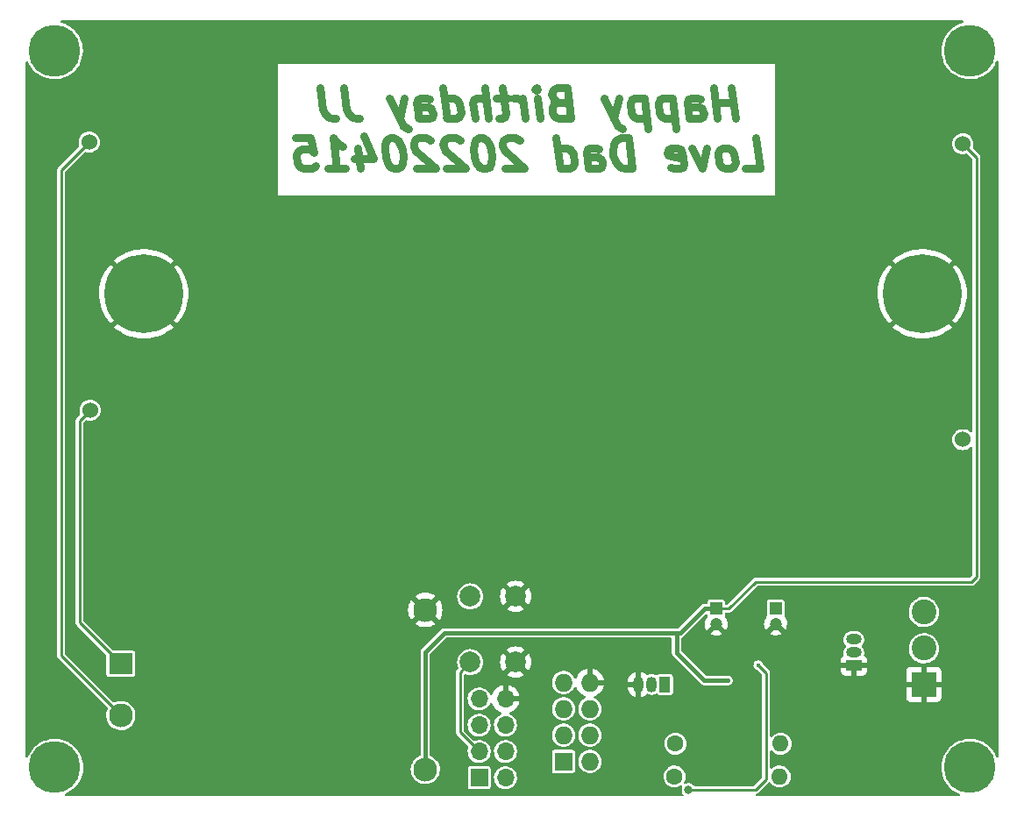
<source format=gbr>
%TF.GenerationSoftware,KiCad,Pcbnew,(6.0.0)*%
%TF.CreationDate,2022-04-24T16:41:59-07:00*%
%TF.ProjectId,Attic_Fan_Controller,41747469-635f-4466-916e-5f436f6e7472,rev?*%
%TF.SameCoordinates,Original*%
%TF.FileFunction,Copper,L2,Bot*%
%TF.FilePolarity,Positive*%
%FSLAX46Y46*%
G04 Gerber Fmt 4.6, Leading zero omitted, Abs format (unit mm)*
G04 Created by KiCad (PCBNEW (6.0.0)) date 2022-04-24 16:41:59*
%MOMM*%
%LPD*%
G01*
G04 APERTURE LIST*
%ADD10C,0.750000*%
%TA.AperFunction,NonConductor*%
%ADD11C,0.750000*%
%TD*%
%TA.AperFunction,ComponentPad*%
%ADD12R,2.300000X2.000000*%
%TD*%
%TA.AperFunction,ComponentPad*%
%ADD13C,2.300000*%
%TD*%
%TA.AperFunction,ComponentPad*%
%ADD14O,1.727200X1.727200*%
%TD*%
%TA.AperFunction,ComponentPad*%
%ADD15R,1.727200X1.727200*%
%TD*%
%TA.AperFunction,ComponentPad*%
%ADD16C,1.600000*%
%TD*%
%TA.AperFunction,ComponentPad*%
%ADD17O,1.600000X1.600000*%
%TD*%
%TA.AperFunction,ComponentPad*%
%ADD18R,1.500000X1.000000*%
%TD*%
%TA.AperFunction,ComponentPad*%
%ADD19O,1.500000X1.000000*%
%TD*%
%TA.AperFunction,ConnectorPad*%
%ADD20C,5.000000*%
%TD*%
%TA.AperFunction,ComponentPad*%
%ADD21C,2.900000*%
%TD*%
%TA.AperFunction,ComponentPad*%
%ADD22C,1.524000*%
%TD*%
%TA.AperFunction,ComponentPad*%
%ADD23C,7.620000*%
%TD*%
%TA.AperFunction,ComponentPad*%
%ADD24R,1.050000X1.500000*%
%TD*%
%TA.AperFunction,ComponentPad*%
%ADD25O,1.050000X1.500000*%
%TD*%
%TA.AperFunction,ComponentPad*%
%ADD26R,2.400000X2.400000*%
%TD*%
%TA.AperFunction,ComponentPad*%
%ADD27C,2.400000*%
%TD*%
%TA.AperFunction,ComponentPad*%
%ADD28O,1.700000X1.700000*%
%TD*%
%TA.AperFunction,ComponentPad*%
%ADD29R,1.700000X1.700000*%
%TD*%
%TA.AperFunction,ComponentPad*%
%ADD30R,1.200000X1.200000*%
%TD*%
%TA.AperFunction,ComponentPad*%
%ADD31C,1.200000*%
%TD*%
%TA.AperFunction,ComponentPad*%
%ADD32C,2.000000*%
%TD*%
%TA.AperFunction,ViaPad*%
%ADD33C,0.400000*%
%TD*%
%TA.AperFunction,ViaPad*%
%ADD34C,0.800000*%
%TD*%
%TA.AperFunction,Conductor*%
%ADD35C,0.400000*%
%TD*%
%TA.AperFunction,Conductor*%
%ADD36C,0.254000*%
%TD*%
G04 APERTURE END LIST*
D10*
D11*
X81101160Y-21802142D02*
X80726160Y-18802142D01*
X80904732Y-20230714D02*
X79190446Y-20230714D01*
X79386875Y-21802142D02*
X79011875Y-18802142D01*
X76672589Y-21802142D02*
X76476160Y-20230714D01*
X76583303Y-19945000D01*
X76851160Y-19802142D01*
X77422589Y-19802142D01*
X77726160Y-19945000D01*
X76654732Y-21659285D02*
X76958303Y-21802142D01*
X77672589Y-21802142D01*
X77940446Y-21659285D01*
X78047589Y-21373571D01*
X78011875Y-21087857D01*
X77833303Y-20802142D01*
X77529732Y-20659285D01*
X76815446Y-20659285D01*
X76511875Y-20516428D01*
X74994017Y-19802142D02*
X75369017Y-22802142D01*
X75011875Y-19945000D02*
X74708303Y-19802142D01*
X74136875Y-19802142D01*
X73869017Y-19945000D01*
X73744017Y-20087857D01*
X73636875Y-20373571D01*
X73744017Y-21230714D01*
X73922589Y-21516428D01*
X74083303Y-21659285D01*
X74386875Y-21802142D01*
X74958303Y-21802142D01*
X75226160Y-21659285D01*
X72279732Y-19802142D02*
X72654732Y-22802142D01*
X72297589Y-19945000D02*
X71994017Y-19802142D01*
X71422589Y-19802142D01*
X71154732Y-19945000D01*
X71029732Y-20087857D01*
X70922589Y-20373571D01*
X71029732Y-21230714D01*
X71208303Y-21516428D01*
X71369017Y-21659285D01*
X71672589Y-21802142D01*
X72244017Y-21802142D01*
X72511875Y-21659285D01*
X69851160Y-19802142D02*
X69386875Y-21802142D01*
X68422589Y-19802142D02*
X69386875Y-21802142D01*
X69761875Y-22516428D01*
X69922589Y-22659285D01*
X70226160Y-22802142D01*
X64047589Y-20230714D02*
X63636875Y-20373571D01*
X63511875Y-20516428D01*
X63404732Y-20802142D01*
X63458303Y-21230714D01*
X63636875Y-21516428D01*
X63797589Y-21659285D01*
X64101160Y-21802142D01*
X65244017Y-21802142D01*
X64869017Y-18802142D01*
X63869017Y-18802142D01*
X63601160Y-18945000D01*
X63476160Y-19087857D01*
X63369017Y-19373571D01*
X63404732Y-19659285D01*
X63583303Y-19945000D01*
X63744017Y-20087857D01*
X64047589Y-20230714D01*
X65047589Y-20230714D01*
X62244017Y-21802142D02*
X61994017Y-19802142D01*
X61869017Y-18802142D02*
X62029732Y-18945000D01*
X61904732Y-19087857D01*
X61744017Y-18945000D01*
X61869017Y-18802142D01*
X61904732Y-19087857D01*
X60815446Y-21802142D02*
X60565446Y-19802142D01*
X60636875Y-20373571D02*
X60458303Y-20087857D01*
X60297589Y-19945000D01*
X59994017Y-19802142D01*
X59708303Y-19802142D01*
X59136875Y-19802142D02*
X57994017Y-19802142D01*
X58583303Y-18802142D02*
X58904732Y-21373571D01*
X58797589Y-21659285D01*
X58529732Y-21802142D01*
X58244017Y-21802142D01*
X57244017Y-21802142D02*
X56869017Y-18802142D01*
X55958303Y-21802142D02*
X55761875Y-20230714D01*
X55869017Y-19945000D01*
X56136875Y-19802142D01*
X56565446Y-19802142D01*
X56869017Y-19945000D01*
X57029732Y-20087857D01*
X53244017Y-21802142D02*
X52869017Y-18802142D01*
X53226160Y-21659285D02*
X53529732Y-21802142D01*
X54101160Y-21802142D01*
X54369017Y-21659285D01*
X54494017Y-21516428D01*
X54601160Y-21230714D01*
X54494017Y-20373571D01*
X54315446Y-20087857D01*
X54154732Y-19945000D01*
X53851160Y-19802142D01*
X53279732Y-19802142D01*
X53011875Y-19945000D01*
X50529732Y-21802142D02*
X50333303Y-20230714D01*
X50440446Y-19945000D01*
X50708303Y-19802142D01*
X51279732Y-19802142D01*
X51583303Y-19945000D01*
X50511875Y-21659285D02*
X50815446Y-21802142D01*
X51529732Y-21802142D01*
X51797589Y-21659285D01*
X51904732Y-21373571D01*
X51869017Y-21087857D01*
X51690446Y-20802142D01*
X51386875Y-20659285D01*
X50672589Y-20659285D01*
X50369017Y-20516428D01*
X49136875Y-19802142D02*
X48672589Y-21802142D01*
X47708303Y-19802142D02*
X48672589Y-21802142D01*
X49047589Y-22516428D01*
X49208303Y-22659285D01*
X49511875Y-22802142D01*
X43297589Y-18802142D02*
X43565446Y-20945000D01*
X43761875Y-21373571D01*
X44083303Y-21659285D01*
X44529732Y-21802142D01*
X44815446Y-21802142D01*
X41011875Y-18802142D02*
X41279732Y-20945000D01*
X41476160Y-21373571D01*
X41797589Y-21659285D01*
X42244017Y-21802142D01*
X42529732Y-21802142D01*
X82029732Y-26632142D02*
X83458303Y-26632142D01*
X83083303Y-23632142D01*
X80601160Y-26632142D02*
X80869017Y-26489285D01*
X80994017Y-26346428D01*
X81101160Y-26060714D01*
X80994017Y-25203571D01*
X80815446Y-24917857D01*
X80654732Y-24775000D01*
X80351160Y-24632142D01*
X79922589Y-24632142D01*
X79654732Y-24775000D01*
X79529732Y-24917857D01*
X79422589Y-25203571D01*
X79529732Y-26060714D01*
X79708303Y-26346428D01*
X79869017Y-26489285D01*
X80172589Y-26632142D01*
X80601160Y-26632142D01*
X78351160Y-24632142D02*
X77886875Y-26632142D01*
X76922589Y-24632142D01*
X74869017Y-26489285D02*
X75172589Y-26632142D01*
X75744017Y-26632142D01*
X76011875Y-26489285D01*
X76119017Y-26203571D01*
X75976160Y-25060714D01*
X75797589Y-24775000D01*
X75494017Y-24632142D01*
X74922589Y-24632142D01*
X74654732Y-24775000D01*
X74547589Y-25060714D01*
X74583303Y-25346428D01*
X76047589Y-25632142D01*
X71172589Y-26632142D02*
X70797589Y-23632142D01*
X70083303Y-23632142D01*
X69672589Y-23775000D01*
X69422589Y-24060714D01*
X69315446Y-24346428D01*
X69244017Y-24917857D01*
X69297589Y-25346428D01*
X69511875Y-25917857D01*
X69690446Y-26203571D01*
X70011875Y-26489285D01*
X70458303Y-26632142D01*
X71172589Y-26632142D01*
X66886875Y-26632142D02*
X66690446Y-25060714D01*
X66797589Y-24775000D01*
X67065446Y-24632142D01*
X67636875Y-24632142D01*
X67940446Y-24775000D01*
X66869017Y-26489285D02*
X67172589Y-26632142D01*
X67886875Y-26632142D01*
X68154732Y-26489285D01*
X68261875Y-26203571D01*
X68226160Y-25917857D01*
X68047589Y-25632142D01*
X67744017Y-25489285D01*
X67029732Y-25489285D01*
X66726160Y-25346428D01*
X64172589Y-26632142D02*
X63797589Y-23632142D01*
X64154732Y-26489285D02*
X64458303Y-26632142D01*
X65029732Y-26632142D01*
X65297589Y-26489285D01*
X65422589Y-26346428D01*
X65529732Y-26060714D01*
X65422589Y-25203571D01*
X65244017Y-24917857D01*
X65083303Y-24775000D01*
X64779732Y-24632142D01*
X64208303Y-24632142D01*
X63940446Y-24775000D01*
X60261875Y-23917857D02*
X60101160Y-23775000D01*
X59797589Y-23632142D01*
X59083303Y-23632142D01*
X58815446Y-23775000D01*
X58690446Y-23917857D01*
X58583303Y-24203571D01*
X58619017Y-24489285D01*
X58815446Y-24917857D01*
X60744017Y-26632142D01*
X58886875Y-26632142D01*
X56654732Y-23632142D02*
X56369017Y-23632142D01*
X56101160Y-23775000D01*
X55976160Y-23917857D01*
X55869017Y-24203571D01*
X55797589Y-24775000D01*
X55886875Y-25489285D01*
X56101160Y-26060714D01*
X56279732Y-26346428D01*
X56440446Y-26489285D01*
X56744017Y-26632142D01*
X57029732Y-26632142D01*
X57297589Y-26489285D01*
X57422589Y-26346428D01*
X57529732Y-26060714D01*
X57601160Y-25489285D01*
X57511875Y-24775000D01*
X57297589Y-24203571D01*
X57119017Y-23917857D01*
X56958303Y-23775000D01*
X56654732Y-23632142D01*
X54547589Y-23917857D02*
X54386875Y-23775000D01*
X54083303Y-23632142D01*
X53369017Y-23632142D01*
X53101160Y-23775000D01*
X52976160Y-23917857D01*
X52869017Y-24203571D01*
X52904732Y-24489285D01*
X53101160Y-24917857D01*
X55029732Y-26632142D01*
X53172589Y-26632142D01*
X51690446Y-23917857D02*
X51529732Y-23775000D01*
X51226160Y-23632142D01*
X50511875Y-23632142D01*
X50244017Y-23775000D01*
X50119017Y-23917857D01*
X50011875Y-24203571D01*
X50047589Y-24489285D01*
X50244017Y-24917857D01*
X52172589Y-26632142D01*
X50315446Y-26632142D01*
X48083303Y-23632142D02*
X47797589Y-23632142D01*
X47529732Y-23775000D01*
X47404732Y-23917857D01*
X47297589Y-24203571D01*
X47226160Y-24775000D01*
X47315446Y-25489285D01*
X47529732Y-26060714D01*
X47708303Y-26346428D01*
X47869017Y-26489285D01*
X48172589Y-26632142D01*
X48458303Y-26632142D01*
X48726160Y-26489285D01*
X48851160Y-26346428D01*
X48958303Y-26060714D01*
X49029732Y-25489285D01*
X48940446Y-24775000D01*
X48726160Y-24203571D01*
X48547589Y-23917857D01*
X48386875Y-23775000D01*
X48083303Y-23632142D01*
X44636875Y-24632142D02*
X44886875Y-26632142D01*
X45208303Y-23489285D02*
X46190446Y-25632142D01*
X44333303Y-25632142D01*
X41744017Y-26632142D02*
X43458303Y-26632142D01*
X42601160Y-26632142D02*
X42226160Y-23632142D01*
X42565446Y-24060714D01*
X42886875Y-24346428D01*
X43190446Y-24489285D01*
X38654732Y-23632142D02*
X40083303Y-23632142D01*
X40404732Y-25060714D01*
X40244017Y-24917857D01*
X39940446Y-24775000D01*
X39226160Y-24775000D01*
X38958303Y-24917857D01*
X38833303Y-25060714D01*
X38726160Y-25346428D01*
X38815446Y-26060714D01*
X38994017Y-26346428D01*
X39154732Y-26489285D01*
X39458303Y-26632142D01*
X40172589Y-26632142D01*
X40440446Y-26489285D01*
X40565446Y-26346428D01*
D12*
%TO.P,PS1,1,AC/L*%
%TO.N,Net-(PS1-Pad1)*%
X21759500Y-74462000D03*
D13*
%TO.P,PS1,2,AC/N*%
%TO.N,Net-(PS1-Pad2)*%
X21759500Y-79462000D03*
%TO.P,PS1,3,-Vout*%
%TO.N,GND*%
X51159500Y-69262000D03*
%TO.P,PS1,4,+Vout*%
%TO.N,+5VD*%
X51159500Y-84662000D03*
%TD*%
D14*
%TO.P,U2,1,UTXD*%
%TO.N,/TX GPIO1*%
X64516000Y-76263302D03*
%TO.P,U2,2,GND*%
%TO.N,GND*%
X67056000Y-76263302D03*
%TO.P,U2,3,CH_PD*%
%TO.N,+3V3*%
X64516000Y-78803302D03*
%TO.P,U2,4,GPIO2*%
%TO.N,/GPIO2*%
X67056000Y-78803302D03*
%TO.P,U2,5,RST*%
%TO.N,/RST*%
X64516000Y-81343302D03*
%TO.P,U2,6,GPIO0*%
%TO.N,/GPIO0*%
X67056000Y-81343302D03*
D15*
%TO.P,U2,7,VCC*%
%TO.N,+3V3*%
X64516000Y-83883302D03*
D14*
%TO.P,U2,8,URXD*%
%TO.N,/RX GPIO3*%
X67056000Y-83883302D03*
%TD*%
D16*
%TO.P,R1,1*%
%TO.N,+3V3*%
X75231000Y-85344000D03*
D17*
%TO.P,R1,2*%
%TO.N,/GPIO0*%
X85391000Y-85344000D03*
%TD*%
D18*
%TO.P,U1,1,GND*%
%TO.N,GND*%
X92536538Y-74620350D03*
D19*
%TO.P,U1,2,DQ*%
%TO.N,/GPIO0*%
X92536538Y-73350350D03*
%TO.P,U1,3,VDD*%
%TO.N,+3V3*%
X92536538Y-72080350D03*
%TD*%
D20*
%TO.P,2.5mm,1*%
%TO.N,N/C*%
X103759000Y-84455000D03*
D21*
X103759000Y-84455000D03*
%TD*%
D22*
%TO.P,RLY1,4,-*%
%TO.N,Net-(Q1-Pad1)*%
X103068100Y-52806600D03*
%TO.P,RLY1,3,+*%
%TO.N,+5VD*%
X103068100Y-24231600D03*
%TO.P,RLY1,2,~~*%
%TO.N,Net-(PS1-Pad2)*%
X18705187Y-24066000D03*
%TO.P,RLY1,1,~~*%
%TO.N,Net-(PS1-Pad1)*%
X18785749Y-49966000D03*
D23*
%TO.P,RLY1,0,Mount*%
%TO.N,GND*%
X99156500Y-38735000D03*
X23972500Y-38735000D03*
%TD*%
D24*
%TO.P,Q1,1,C*%
%TO.N,Net-(Q1-Pad1)*%
X74295000Y-76454000D03*
D25*
%TO.P,Q1,2,B*%
%TO.N,Net-(Q1-Pad2)*%
X73025000Y-76454000D03*
%TO.P,Q1,3,E*%
%TO.N,GND*%
X71755000Y-76454000D03*
%TD*%
D26*
%TO.P,J1,1,Pin_1*%
%TO.N,GND*%
X99314000Y-76454000D03*
D27*
%TO.P,J1,2,Pin_2*%
%TO.N,/GPIO0*%
X99314000Y-72954000D03*
%TO.P,J1,3,Pin_3*%
%TO.N,+3V3*%
X99314000Y-69454000D03*
%TD*%
D28*
%TO.P,J2,1,Pin_1*%
%TO.N,/TX GPIO1*%
X56368000Y-77841000D03*
%TO.P,J2,2,Pin_2*%
%TO.N,GND*%
X58908000Y-77841000D03*
%TO.P,J2,3,Pin_3*%
%TO.N,+3V3*%
X56368000Y-80381000D03*
%TO.P,J2,4,Pin_4*%
%TO.N,/GPIO2*%
X58908000Y-80381000D03*
%TO.P,J2,5,Pin_5*%
%TO.N,/RST*%
X56368000Y-82921000D03*
%TO.P,J2,6,Pin_6*%
%TO.N,/GPIO0*%
X58908000Y-82921000D03*
D29*
%TO.P,J2,7,Pin_7*%
%TO.N,+3V3*%
X56368000Y-85461000D03*
D28*
%TO.P,J2,8,Pin_8*%
%TO.N,/RX GPIO3*%
X58908000Y-85461000D03*
%TD*%
D30*
%TO.P,C1,1*%
%TO.N,+5VD*%
X79248000Y-69127401D03*
D31*
%TO.P,C1,2*%
%TO.N,GND*%
X79248000Y-70627401D03*
%TD*%
D20*
%TO.P,2.5mm,1*%
%TO.N,N/C*%
X103759000Y-15240000D03*
D21*
X103759000Y-15240000D03*
%TD*%
%TO.P,2.5mm,1*%
%TO.N,N/C*%
X15336350Y-15240000D03*
D20*
X15336350Y-15240000D03*
%TD*%
D32*
%TO.P,SW1,1,1*%
%TO.N,/RST*%
X55499000Y-74295000D03*
X55499000Y-67945000D03*
%TO.P,SW1,2,2*%
%TO.N,GND*%
X59893200Y-74295000D03*
X59893200Y-67945000D03*
%TD*%
D30*
%TO.P,C2,1*%
%TO.N,+3V3*%
X84988400Y-69102001D03*
D31*
%TO.P,C2,2*%
%TO.N,GND*%
X84988400Y-70602001D03*
%TD*%
D21*
%TO.P,2.5mm,1*%
%TO.N,N/C*%
X15367000Y-84455000D03*
D20*
X15367000Y-84455000D03*
%TD*%
D16*
%TO.P,R2,1*%
%TO.N,/GPIO2*%
X75311000Y-82169000D03*
D17*
%TO.P,R2,2*%
%TO.N,Net-(Q1-Pad2)*%
X85471000Y-82169000D03*
%TD*%
D33*
%TO.N,+5VD*%
X79629000Y-76073000D03*
%TO.N,GND*%
X81534000Y-72136000D03*
%TO.N,+5VD*%
X80391000Y-76073000D03*
%TO.N,GND*%
X77216000Y-77724000D03*
X83058000Y-77724000D03*
%TO.N,+3V3*%
X83312000Y-74573000D03*
%TO.N,GND*%
X61772800Y-84810600D03*
X23342600Y-70561200D03*
X24511000Y-15925800D03*
X47447200Y-83693000D03*
X24511000Y-33274000D03*
X37185600Y-50774600D03*
X94005400Y-44373800D03*
X86918800Y-31292800D03*
X81153000Y-43586400D03*
X29210000Y-57505600D03*
X81102200Y-37846000D03*
X47701200Y-70586600D03*
X93929200Y-62839600D03*
X61544200Y-79603600D03*
X93802200Y-23190200D03*
X68935600Y-86004400D03*
X32283400Y-38811200D03*
X46380400Y-43586400D03*
X93827600Y-57556400D03*
X24485600Y-44399200D03*
X71272400Y-82931000D03*
X23342600Y-83693000D03*
X24485600Y-53213000D03*
X61315600Y-83261200D03*
X46380400Y-37896800D03*
X57632600Y-83286600D03*
X71450200Y-84505800D03*
X61544200Y-81000600D03*
X94107000Y-53213000D03*
X24536400Y-62915800D03*
X86918800Y-50825400D03*
X29235400Y-23215600D03*
X57556400Y-81203800D03*
X37160200Y-31343600D03*
X94005400Y-33248600D03*
X63931800Y-40995600D03*
D34*
%TO.N,+3V3*%
X76581000Y-86639400D03*
%TD*%
D35*
%TO.N,+5VD*%
X78105000Y-76073000D02*
X79629000Y-76073000D01*
X75438000Y-73406000D02*
X78105000Y-76073000D01*
X75438000Y-71628000D02*
X75438000Y-73406000D01*
X79629000Y-76073000D02*
X80391000Y-76073000D01*
D36*
X104394000Y-66040000D02*
X104394000Y-25557500D01*
X103886000Y-66548000D02*
X104394000Y-66040000D01*
X104394000Y-25557500D02*
X103068100Y-24231600D01*
X83058000Y-66548000D02*
X103886000Y-66548000D01*
X79248000Y-69127401D02*
X80478599Y-69127401D01*
X80478599Y-69127401D02*
X83058000Y-66548000D01*
D35*
X78141799Y-69127401D02*
X79248000Y-69127401D01*
X75793600Y-71475600D02*
X78141799Y-69127401D01*
X75463400Y-71475600D02*
X75793600Y-71475600D01*
D36*
%TO.N,+3V3*%
X84074000Y-85598000D02*
X84074000Y-75335000D01*
X83032600Y-86639400D02*
X84074000Y-85598000D01*
X76581000Y-86639400D02*
X83032600Y-86639400D01*
X84074000Y-75335000D02*
X83312000Y-74573000D01*
D35*
%TO.N,+5VD*%
X52984400Y-71475600D02*
X75463400Y-71475600D01*
X51159500Y-84662000D02*
X51159500Y-73300500D01*
X51159500Y-73300500D02*
X52984400Y-71475600D01*
D36*
%TO.N,Net-(PS1-Pad1)*%
X17780000Y-70482500D02*
X17780000Y-50971749D01*
X21759500Y-74462000D02*
X17780000Y-70482500D01*
X17780000Y-50971749D02*
X18785749Y-49966000D01*
%TO.N,Net-(PS1-Pad2)*%
X21759500Y-79439750D02*
X21759500Y-79462000D01*
X16002000Y-73682250D02*
X21759500Y-79439750D01*
X16002000Y-26769187D02*
X16002000Y-73682250D01*
X18705187Y-24066000D02*
X16002000Y-26769187D01*
D35*
%TO.N,+5VD*%
X75463400Y-71475600D02*
X73228200Y-71475600D01*
D36*
%TO.N,/RST*%
X54499000Y-81052000D02*
X56368000Y-82921000D01*
X55499000Y-74295000D02*
X54499000Y-75295000D01*
X54499000Y-75295000D02*
X54499000Y-81052000D01*
%TD*%
%TA.AperFunction,Conductor*%
%TO.N,GND*%
G36*
X103117263Y-12339002D02*
G01*
X103163756Y-12392658D01*
X103173860Y-12462932D01*
X103144366Y-12527512D01*
X103085876Y-12565526D01*
X102797103Y-12653538D01*
X102493341Y-12787830D01*
X102207911Y-12957642D01*
X101944950Y-13160515D01*
X101942249Y-13163174D01*
X101942242Y-13163180D01*
X101710974Y-13390845D01*
X101708266Y-13393511D01*
X101501287Y-13653253D01*
X101327012Y-13935980D01*
X101187965Y-14237596D01*
X101086161Y-14553732D01*
X101023073Y-14879808D01*
X101022806Y-14883584D01*
X101022805Y-14883589D01*
X100999884Y-15207314D01*
X100999616Y-15211103D01*
X101016130Y-15542816D01*
X101016771Y-15546547D01*
X101016772Y-15546555D01*
X101030909Y-15628822D01*
X101072375Y-15870142D01*
X101167537Y-16188341D01*
X101169050Y-16191812D01*
X101169052Y-16191818D01*
X101229407Y-16330295D01*
X101300236Y-16492803D01*
X101302159Y-16496074D01*
X101302161Y-16496078D01*
X101466629Y-16775847D01*
X101466634Y-16775855D01*
X101468552Y-16779117D01*
X101670046Y-17043137D01*
X101672694Y-17045856D01*
X101672699Y-17045861D01*
X101899152Y-17278322D01*
X101901798Y-17281038D01*
X101904742Y-17283409D01*
X101904745Y-17283412D01*
X101975810Y-17340652D01*
X102160453Y-17489374D01*
X102442264Y-17665127D01*
X102743147Y-17805751D01*
X103058746Y-17909209D01*
X103384488Y-17974003D01*
X103388261Y-17974290D01*
X103388268Y-17974291D01*
X103711878Y-17998908D01*
X103711883Y-17998908D01*
X103715655Y-17999195D01*
X104047450Y-17984418D01*
X104375067Y-17929888D01*
X104378701Y-17928822D01*
X104378705Y-17928821D01*
X104520975Y-17887083D01*
X104693759Y-17836393D01*
X104998912Y-17705290D01*
X105286103Y-17538475D01*
X105551175Y-17338367D01*
X105790286Y-17107863D01*
X105840764Y-17045861D01*
X105997582Y-16853239D01*
X105997583Y-16853238D01*
X105999973Y-16850302D01*
X106001995Y-16847098D01*
X106175176Y-16572623D01*
X106175179Y-16572617D01*
X106177199Y-16569416D01*
X106313133Y-16282495D01*
X106360375Y-16229498D01*
X106428769Y-16210454D01*
X106496603Y-16231411D01*
X106542337Y-16285714D01*
X106553000Y-16336442D01*
X106553000Y-83364766D01*
X106532998Y-83432887D01*
X106479342Y-83479380D01*
X106409068Y-83489484D01*
X106344488Y-83459990D01*
X106312028Y-83416316D01*
X106310946Y-83413902D01*
X106204510Y-83176518D01*
X106033205Y-82891982D01*
X106030878Y-82888998D01*
X106030873Y-82888991D01*
X105831294Y-82633082D01*
X105831292Y-82633079D01*
X105828958Y-82630087D01*
X105594726Y-82394626D01*
X105573865Y-82378180D01*
X105336885Y-82191360D01*
X105333904Y-82189010D01*
X105050269Y-82016218D01*
X104915225Y-81954817D01*
X104751381Y-81880321D01*
X104751373Y-81880318D01*
X104747929Y-81878752D01*
X104431264Y-81778604D01*
X104258828Y-81746178D01*
X104108585Y-81717925D01*
X104108580Y-81717924D01*
X104104861Y-81717225D01*
X103773449Y-81695503D01*
X103769669Y-81695711D01*
X103769668Y-81695711D01*
X103674655Y-81700940D01*
X103441827Y-81713753D01*
X103438100Y-81714414D01*
X103438096Y-81714414D01*
X103258869Y-81746178D01*
X103114799Y-81771711D01*
X103111174Y-81772816D01*
X103111169Y-81772817D01*
X102864671Y-81847945D01*
X102797103Y-81868538D01*
X102493341Y-82002830D01*
X102376133Y-82072561D01*
X102219896Y-82165512D01*
X102207911Y-82172642D01*
X102204910Y-82174957D01*
X102204906Y-82174960D01*
X102042537Y-82300227D01*
X101944950Y-82375515D01*
X101942249Y-82378174D01*
X101942242Y-82378180D01*
X101716933Y-82599979D01*
X101708266Y-82608511D01*
X101705902Y-82611478D01*
X101705899Y-82611481D01*
X101518594Y-82846534D01*
X101501287Y-82868253D01*
X101327012Y-83150980D01*
X101187965Y-83452596D01*
X101086161Y-83768732D01*
X101085442Y-83772448D01*
X101085440Y-83772456D01*
X101023792Y-84091090D01*
X101023073Y-84094808D01*
X101022806Y-84098584D01*
X101022805Y-84098589D01*
X101000004Y-84420623D01*
X100999616Y-84426103D01*
X101003364Y-84501380D01*
X101015837Y-84751924D01*
X101016130Y-84757816D01*
X101016771Y-84761547D01*
X101016772Y-84761555D01*
X101068654Y-85063487D01*
X101072375Y-85085142D01*
X101073463Y-85088781D01*
X101073464Y-85088784D01*
X101134431Y-85292641D01*
X101167537Y-85403341D01*
X101169050Y-85406812D01*
X101169052Y-85406818D01*
X101208574Y-85497495D01*
X101300236Y-85707803D01*
X101302159Y-85711074D01*
X101302161Y-85711078D01*
X101466629Y-85990847D01*
X101466634Y-85990855D01*
X101468552Y-85994117D01*
X101470853Y-85997132D01*
X101663097Y-86249031D01*
X101670046Y-86258137D01*
X101672694Y-86260856D01*
X101672699Y-86260861D01*
X101877904Y-86471510D01*
X101901798Y-86496038D01*
X101904742Y-86498409D01*
X101904745Y-86498412D01*
X101991743Y-86568485D01*
X102160453Y-86704374D01*
X102442264Y-86880127D01*
X102714222Y-87007232D01*
X102717688Y-87008852D01*
X102770932Y-87055815D01*
X102790333Y-87124110D01*
X102769732Y-87192051D01*
X102715669Y-87238070D01*
X102664338Y-87249000D01*
X83197968Y-87249000D01*
X83129847Y-87228998D01*
X83083354Y-87175342D01*
X83073250Y-87105068D01*
X83102744Y-87040488D01*
X83143356Y-87009450D01*
X83143566Y-87009349D01*
X83150315Y-87006582D01*
X83157883Y-87005322D01*
X83203251Y-86980842D01*
X83208514Y-86978161D01*
X83247850Y-86959273D01*
X83247854Y-86959270D01*
X83254998Y-86955840D01*
X83259292Y-86952230D01*
X83261224Y-86950298D01*
X83263173Y-86948511D01*
X83263226Y-86948482D01*
X83263345Y-86948612D01*
X83263913Y-86948111D01*
X83269657Y-86945012D01*
X83306467Y-86905191D01*
X83309896Y-86901626D01*
X84305480Y-85906042D01*
X84326224Y-85889288D01*
X84330675Y-85886414D01*
X84398750Y-85866269D01*
X84466913Y-85886127D01*
X84499529Y-85918633D01*
X84500334Y-85917995D01*
X84628786Y-86080061D01*
X84633479Y-86084055D01*
X84633480Y-86084056D01*
X84773700Y-86203392D01*
X84786271Y-86214091D01*
X84966789Y-86314980D01*
X85163466Y-86378884D01*
X85368809Y-86403370D01*
X85374944Y-86402898D01*
X85374946Y-86402898D01*
X85568856Y-86387977D01*
X85568860Y-86387976D01*
X85574998Y-86387504D01*
X85774178Y-86331892D01*
X85779682Y-86329112D01*
X85779684Y-86329111D01*
X85953262Y-86241431D01*
X85953264Y-86241430D01*
X85958763Y-86238652D01*
X86121722Y-86111334D01*
X86125748Y-86106670D01*
X86125751Y-86106667D01*
X86252819Y-85959457D01*
X86252820Y-85959455D01*
X86256848Y-85954789D01*
X86335441Y-85816442D01*
X86355950Y-85780340D01*
X86355952Y-85780336D01*
X86358995Y-85774979D01*
X86424270Y-85578753D01*
X86450189Y-85373586D01*
X86450602Y-85344000D01*
X86430422Y-85138189D01*
X86370651Y-84940217D01*
X86314189Y-84834028D01*
X86276459Y-84763067D01*
X86276457Y-84763064D01*
X86273565Y-84757625D01*
X86269674Y-84752855D01*
X86269672Y-84752851D01*
X86146758Y-84602143D01*
X86146755Y-84602140D01*
X86142863Y-84597368D01*
X86136523Y-84592123D01*
X85988271Y-84469478D01*
X85988266Y-84469475D01*
X85983522Y-84465550D01*
X85978103Y-84462620D01*
X85978100Y-84462618D01*
X85807032Y-84370122D01*
X85807027Y-84370120D01*
X85801612Y-84367192D01*
X85604063Y-84306040D01*
X85597938Y-84305396D01*
X85597937Y-84305396D01*
X85404526Y-84285068D01*
X85404524Y-84285068D01*
X85398397Y-84284424D01*
X85272229Y-84295906D01*
X85198591Y-84302607D01*
X85198590Y-84302607D01*
X85192450Y-84303166D01*
X84994066Y-84361554D01*
X84988601Y-84364411D01*
X84816261Y-84454508D01*
X84816257Y-84454511D01*
X84810801Y-84457363D01*
X84806001Y-84461223D01*
X84806000Y-84461223D01*
X84660452Y-84578246D01*
X84594829Y-84605342D01*
X84524975Y-84592659D01*
X84473067Y-84544222D01*
X84455500Y-84480049D01*
X84455500Y-82947316D01*
X84475502Y-82879195D01*
X84529158Y-82832702D01*
X84599432Y-82822598D01*
X84664012Y-82852092D01*
X84680244Y-82869050D01*
X84688285Y-82879195D01*
X84704958Y-82900232D01*
X84704961Y-82900235D01*
X84708786Y-82905061D01*
X84713479Y-82909055D01*
X84713480Y-82909056D01*
X84821309Y-83000825D01*
X84866271Y-83039091D01*
X85046789Y-83139980D01*
X85243466Y-83203884D01*
X85448809Y-83228370D01*
X85454944Y-83227898D01*
X85454946Y-83227898D01*
X85648856Y-83212977D01*
X85648860Y-83212976D01*
X85654998Y-83212504D01*
X85854178Y-83156892D01*
X85859682Y-83154112D01*
X85859684Y-83154111D01*
X86033262Y-83066431D01*
X86033264Y-83066430D01*
X86038763Y-83063652D01*
X86201722Y-82936334D01*
X86205748Y-82931670D01*
X86205751Y-82931667D01*
X86332819Y-82784457D01*
X86332820Y-82784455D01*
X86336848Y-82779789D01*
X86420190Y-82633082D01*
X86435950Y-82605340D01*
X86435952Y-82605336D01*
X86438995Y-82599979D01*
X86475114Y-82491399D01*
X86502325Y-82409601D01*
X86502326Y-82409598D01*
X86504270Y-82403753D01*
X86530189Y-82198586D01*
X86530602Y-82169000D01*
X86510422Y-81963189D01*
X86450651Y-81765217D01*
X86402108Y-81673921D01*
X86356459Y-81588067D01*
X86356457Y-81588064D01*
X86353565Y-81582625D01*
X86349674Y-81577855D01*
X86349672Y-81577851D01*
X86226758Y-81427143D01*
X86226755Y-81427140D01*
X86222863Y-81422368D01*
X86215966Y-81416662D01*
X86068271Y-81294478D01*
X86068266Y-81294475D01*
X86063522Y-81290550D01*
X86058103Y-81287620D01*
X86058100Y-81287618D01*
X85887032Y-81195122D01*
X85887027Y-81195120D01*
X85881612Y-81192192D01*
X85684063Y-81131040D01*
X85677938Y-81130396D01*
X85677937Y-81130396D01*
X85484526Y-81110068D01*
X85484524Y-81110068D01*
X85478397Y-81109424D01*
X85352229Y-81120906D01*
X85278591Y-81127607D01*
X85278590Y-81127607D01*
X85272450Y-81128166D01*
X85074066Y-81186554D01*
X85068601Y-81189411D01*
X84896261Y-81279508D01*
X84896257Y-81279511D01*
X84890801Y-81282363D01*
X84886001Y-81286223D01*
X84886000Y-81286223D01*
X84879495Y-81291453D01*
X84729635Y-81411943D01*
X84716881Y-81427143D01*
X84678022Y-81473453D01*
X84618912Y-81512780D01*
X84547924Y-81513906D01*
X84487597Y-81476475D01*
X84457083Y-81412370D01*
X84455500Y-81392462D01*
X84455500Y-77698669D01*
X97606001Y-77698669D01*
X97606371Y-77705490D01*
X97611895Y-77756352D01*
X97615521Y-77771604D01*
X97660676Y-77892054D01*
X97669214Y-77907649D01*
X97745715Y-78009724D01*
X97758276Y-78022285D01*
X97860351Y-78098786D01*
X97875946Y-78107324D01*
X97996394Y-78152478D01*
X98011649Y-78156105D01*
X98062514Y-78161631D01*
X98069328Y-78162000D01*
X99041885Y-78162000D01*
X99057124Y-78157525D01*
X99058329Y-78156135D01*
X99060000Y-78148452D01*
X99060000Y-78143884D01*
X99568000Y-78143884D01*
X99572475Y-78159123D01*
X99573865Y-78160328D01*
X99581548Y-78161999D01*
X100558669Y-78161999D01*
X100565490Y-78161629D01*
X100616352Y-78156105D01*
X100631604Y-78152479D01*
X100752054Y-78107324D01*
X100767649Y-78098786D01*
X100869724Y-78022285D01*
X100882285Y-78009724D01*
X100958786Y-77907649D01*
X100967324Y-77892054D01*
X101012478Y-77771606D01*
X101016105Y-77756351D01*
X101021631Y-77705486D01*
X101022000Y-77698672D01*
X101022000Y-76726115D01*
X101017525Y-76710876D01*
X101016135Y-76709671D01*
X101008452Y-76708000D01*
X99586115Y-76708000D01*
X99570876Y-76712475D01*
X99569671Y-76713865D01*
X99568000Y-76721548D01*
X99568000Y-78143884D01*
X99060000Y-78143884D01*
X99060000Y-76726115D01*
X99055525Y-76710876D01*
X99054135Y-76709671D01*
X99046452Y-76708000D01*
X97624116Y-76708000D01*
X97608877Y-76712475D01*
X97607672Y-76713865D01*
X97606001Y-76721548D01*
X97606001Y-77698669D01*
X84455500Y-77698669D01*
X84455500Y-76181885D01*
X97606000Y-76181885D01*
X97610475Y-76197124D01*
X97611865Y-76198329D01*
X97619548Y-76200000D01*
X99041885Y-76200000D01*
X99057124Y-76195525D01*
X99058329Y-76194135D01*
X99060000Y-76186452D01*
X99060000Y-76181885D01*
X99568000Y-76181885D01*
X99572475Y-76197124D01*
X99573865Y-76198329D01*
X99581548Y-76200000D01*
X101003884Y-76200000D01*
X101019123Y-76195525D01*
X101020328Y-76194135D01*
X101021999Y-76186452D01*
X101021999Y-75209331D01*
X101021629Y-75202510D01*
X101016105Y-75151648D01*
X101012479Y-75136396D01*
X100967324Y-75015946D01*
X100958786Y-75000351D01*
X100882285Y-74898276D01*
X100869724Y-74885715D01*
X100767649Y-74809214D01*
X100752054Y-74800676D01*
X100631606Y-74755522D01*
X100616351Y-74751895D01*
X100565486Y-74746369D01*
X100558672Y-74746000D01*
X99586115Y-74746000D01*
X99570876Y-74750475D01*
X99569671Y-74751865D01*
X99568000Y-74759548D01*
X99568000Y-76181885D01*
X99060000Y-76181885D01*
X99060000Y-74764116D01*
X99055525Y-74748877D01*
X99054135Y-74747672D01*
X99046452Y-74746001D01*
X98069331Y-74746001D01*
X98062510Y-74746371D01*
X98011648Y-74751895D01*
X97996396Y-74755521D01*
X97875946Y-74800676D01*
X97860351Y-74809214D01*
X97758276Y-74885715D01*
X97745715Y-74898276D01*
X97669214Y-75000351D01*
X97660676Y-75015946D01*
X97615522Y-75136394D01*
X97611895Y-75151649D01*
X97606369Y-75202514D01*
X97606000Y-75209328D01*
X97606000Y-76181885D01*
X84455500Y-76181885D01*
X84455500Y-75389140D01*
X84458087Y-75364824D01*
X84458154Y-75363401D01*
X84460346Y-75353220D01*
X84456373Y-75319652D01*
X84456021Y-75313678D01*
X84455928Y-75313686D01*
X84455500Y-75308508D01*
X84455500Y-75303308D01*
X84454646Y-75298176D01*
X84452314Y-75284165D01*
X84451477Y-75278286D01*
X84446642Y-75237433D01*
X84446642Y-75237432D01*
X84445418Y-75227093D01*
X84441433Y-75218794D01*
X84439922Y-75209717D01*
X84415804Y-75165019D01*
X91278539Y-75165019D01*
X91278909Y-75171840D01*
X91284433Y-75222702D01*
X91288059Y-75237954D01*
X91333214Y-75358404D01*
X91341752Y-75373999D01*
X91418253Y-75476074D01*
X91430814Y-75488635D01*
X91532889Y-75565136D01*
X91548484Y-75573674D01*
X91668932Y-75618828D01*
X91684187Y-75622455D01*
X91735052Y-75627981D01*
X91741866Y-75628350D01*
X92264423Y-75628350D01*
X92279662Y-75623875D01*
X92280867Y-75622485D01*
X92282538Y-75614802D01*
X92282538Y-75610234D01*
X92790538Y-75610234D01*
X92795013Y-75625473D01*
X92796403Y-75626678D01*
X92804086Y-75628349D01*
X93331207Y-75628349D01*
X93338028Y-75627979D01*
X93388890Y-75622455D01*
X93404142Y-75618829D01*
X93524592Y-75573674D01*
X93540187Y-75565136D01*
X93642262Y-75488635D01*
X93654823Y-75476074D01*
X93731324Y-75373999D01*
X93739862Y-75358404D01*
X93785016Y-75237956D01*
X93788643Y-75222701D01*
X93794169Y-75171836D01*
X93794538Y-75165022D01*
X93794538Y-74892465D01*
X93790063Y-74877226D01*
X93788673Y-74876021D01*
X93780990Y-74874350D01*
X92808653Y-74874350D01*
X92793414Y-74878825D01*
X92792209Y-74880215D01*
X92790538Y-74887898D01*
X92790538Y-75610234D01*
X92282538Y-75610234D01*
X92282538Y-74892465D01*
X92278063Y-74877226D01*
X92276673Y-74876021D01*
X92268990Y-74874350D01*
X91296654Y-74874350D01*
X91281415Y-74878825D01*
X91280210Y-74880215D01*
X91278539Y-74887898D01*
X91278539Y-75165019D01*
X84415804Y-75165019D01*
X84415442Y-75164349D01*
X84412761Y-75159086D01*
X84393869Y-75119743D01*
X84390440Y-75112602D01*
X84386831Y-75108308D01*
X84384905Y-75106382D01*
X84383109Y-75104424D01*
X84383079Y-75104367D01*
X84383208Y-75104249D01*
X84382710Y-75103684D01*
X84379612Y-75097943D01*
X84339804Y-75061145D01*
X84336239Y-75057716D01*
X83786066Y-74507543D01*
X83754226Y-74453813D01*
X83753990Y-74453005D01*
X83752718Y-74444125D01*
X83737806Y-74411327D01*
X83709119Y-74348235D01*
X91278538Y-74348235D01*
X91283013Y-74363474D01*
X91284403Y-74364679D01*
X91292086Y-74366350D01*
X93776422Y-74366350D01*
X93791661Y-74361875D01*
X93792866Y-74360485D01*
X93794537Y-74352802D01*
X93794537Y-74075681D01*
X93794167Y-74068860D01*
X93788643Y-74017998D01*
X93785017Y-74002746D01*
X93739862Y-73882296D01*
X93731324Y-73866701D01*
X93654823Y-73764626D01*
X93642263Y-73752066D01*
X93558811Y-73689523D01*
X93516295Y-73632664D01*
X93511269Y-73561845D01*
X93513785Y-73552173D01*
X93532046Y-73491880D01*
X93532048Y-73491871D01*
X93534168Y-73484870D01*
X93545062Y-73309270D01*
X93542333Y-73293384D01*
X93516507Y-73143088D01*
X93516506Y-73143086D01*
X93515267Y-73135873D01*
X93446382Y-72973982D01*
X93405436Y-72918342D01*
X97854951Y-72918342D01*
X97855248Y-72923494D01*
X97855248Y-72923498D01*
X97857819Y-72968089D01*
X97868719Y-73157121D01*
X97869856Y-73162167D01*
X97869857Y-73162173D01*
X97898401Y-73288832D01*
X97921301Y-73390446D01*
X98011284Y-73612049D01*
X98013989Y-73616464D01*
X98013990Y-73616465D01*
X98056919Y-73686518D01*
X98136254Y-73815980D01*
X98292852Y-73996762D01*
X98476874Y-74149540D01*
X98481326Y-74152142D01*
X98481331Y-74152145D01*
X98609401Y-74226983D01*
X98683377Y-74270211D01*
X98906817Y-74355534D01*
X98911883Y-74356565D01*
X98911884Y-74356565D01*
X98931152Y-74360485D01*
X99141191Y-74403218D01*
X99275499Y-74408143D01*
X99375043Y-74411794D01*
X99375048Y-74411794D01*
X99380207Y-74411983D01*
X99385327Y-74411327D01*
X99385329Y-74411327D01*
X99612316Y-74382249D01*
X99612317Y-74382249D01*
X99617444Y-74381592D01*
X99622394Y-74380107D01*
X99841577Y-74314349D01*
X99841582Y-74314347D01*
X99846532Y-74312862D01*
X100061319Y-74207639D01*
X100065524Y-74204639D01*
X100065530Y-74204636D01*
X100251832Y-74071748D01*
X100251834Y-74071746D01*
X100256036Y-74068749D01*
X100425454Y-73899921D01*
X100565023Y-73705690D01*
X100569026Y-73697592D01*
X100668701Y-73495914D01*
X100668702Y-73495912D01*
X100670995Y-73491272D01*
X100735635Y-73278516D01*
X100739022Y-73267369D01*
X100739022Y-73267368D01*
X100740524Y-73262425D01*
X100746521Y-73216876D01*
X100771306Y-73028617D01*
X100771306Y-73028613D01*
X100771743Y-73025296D01*
X100773485Y-72954000D01*
X100753887Y-72715628D01*
X100695620Y-72483658D01*
X100600249Y-72264319D01*
X100470335Y-72063502D01*
X100448286Y-72039270D01*
X100312844Y-71890422D01*
X100312842Y-71890421D01*
X100309366Y-71886600D01*
X100305315Y-71883401D01*
X100305311Y-71883397D01*
X100125725Y-71741569D01*
X100121667Y-71738364D01*
X99982539Y-71661561D01*
X99916808Y-71625275D01*
X99916805Y-71625274D01*
X99912277Y-71622774D01*
X99686819Y-71542936D01*
X99638046Y-71534248D01*
X99456438Y-71501898D01*
X99456434Y-71501898D01*
X99451350Y-71500992D01*
X99367548Y-71499968D01*
X99217360Y-71498133D01*
X99217358Y-71498133D01*
X99212191Y-71498070D01*
X99053680Y-71522326D01*
X98980876Y-71533466D01*
X98980874Y-71533467D01*
X98975767Y-71534248D01*
X98909878Y-71555784D01*
X98753340Y-71606949D01*
X98753338Y-71606950D01*
X98748427Y-71608555D01*
X98716308Y-71625275D01*
X98548954Y-71712394D01*
X98536275Y-71718994D01*
X98532142Y-71722097D01*
X98532139Y-71722099D01*
X98349145Y-71859495D01*
X98345010Y-71862600D01*
X98179767Y-72035516D01*
X98176853Y-72039788D01*
X98176852Y-72039789D01*
X98163286Y-72059676D01*
X98044985Y-72233099D01*
X97944284Y-72450042D01*
X97880366Y-72680520D01*
X97879817Y-72685654D01*
X97879817Y-72685656D01*
X97876966Y-72712332D01*
X97854951Y-72918342D01*
X93405436Y-72918342D01*
X93342101Y-72832279D01*
X93316836Y-72810815D01*
X93277871Y-72751467D01*
X93277178Y-72680474D01*
X93306942Y-72628137D01*
X93389766Y-72540706D01*
X93394802Y-72535390D01*
X93483170Y-72383254D01*
X93534168Y-72214870D01*
X93545062Y-72039270D01*
X93530262Y-71953135D01*
X93516507Y-71873088D01*
X93516506Y-71873086D01*
X93515267Y-71865873D01*
X93446382Y-71703982D01*
X93342101Y-71562279D01*
X93208018Y-71448368D01*
X93115485Y-71401118D01*
X93057843Y-71371684D01*
X93057838Y-71371682D01*
X93051326Y-71368357D01*
X93044220Y-71366618D01*
X93044217Y-71366617D01*
X92950091Y-71343585D01*
X92880430Y-71326539D01*
X92874828Y-71326191D01*
X92874825Y-71326191D01*
X92871263Y-71325970D01*
X92871254Y-71325970D01*
X92869324Y-71325850D01*
X92242485Y-71325850D01*
X92150588Y-71336564D01*
X92119056Y-71340240D01*
X92119054Y-71340240D01*
X92111784Y-71341088D01*
X92104907Y-71343584D01*
X92104904Y-71343585D01*
X92036659Y-71368357D01*
X91946404Y-71401118D01*
X91940287Y-71405128D01*
X91940284Y-71405130D01*
X91879412Y-71445040D01*
X91799270Y-71497584D01*
X91678274Y-71625310D01*
X91589906Y-71777446D01*
X91538908Y-71945830D01*
X91528014Y-72121430D01*
X91529254Y-72128646D01*
X91529254Y-72128648D01*
X91556569Y-72287612D01*
X91557809Y-72294827D01*
X91626694Y-72456718D01*
X91730975Y-72598421D01*
X91736558Y-72603164D01*
X91756240Y-72619885D01*
X91795205Y-72679233D01*
X91795898Y-72750226D01*
X91766134Y-72802563D01*
X91678274Y-72895310D01*
X91589906Y-73047446D01*
X91538908Y-73215830D01*
X91528014Y-73391430D01*
X91529254Y-73398646D01*
X91529254Y-73398648D01*
X91557809Y-73564827D01*
X91556034Y-73565132D01*
X91556077Y-73626765D01*
X91517735Y-73686518D01*
X91510721Y-73692178D01*
X91430814Y-73752065D01*
X91418253Y-73764626D01*
X91341752Y-73866701D01*
X91333214Y-73882296D01*
X91288060Y-74002744D01*
X91284433Y-74017999D01*
X91278907Y-74068864D01*
X91278538Y-74075678D01*
X91278538Y-74348235D01*
X83709119Y-74348235D01*
X83702548Y-74333782D01*
X83702547Y-74333780D01*
X83698832Y-74325610D01*
X83613850Y-74226983D01*
X83504601Y-74156172D01*
X83379870Y-74118870D01*
X83370894Y-74118815D01*
X83370893Y-74118815D01*
X83317678Y-74118490D01*
X83249683Y-74118074D01*
X83124505Y-74153850D01*
X83014400Y-74223321D01*
X82928219Y-74320903D01*
X82924404Y-74329028D01*
X82924403Y-74329030D01*
X82889484Y-74403407D01*
X82872890Y-74438751D01*
X82871509Y-74447620D01*
X82862179Y-74507543D01*
X82852860Y-74567390D01*
X82854024Y-74576292D01*
X82854024Y-74576295D01*
X82868577Y-74687582D01*
X82869741Y-74696481D01*
X82922174Y-74815645D01*
X83005946Y-74915303D01*
X83013414Y-74920274D01*
X83013415Y-74920275D01*
X83106850Y-74982472D01*
X83106853Y-74982473D01*
X83114320Y-74987444D01*
X83187969Y-75010453D01*
X83190315Y-75011186D01*
X83241836Y-75042358D01*
X83655595Y-75456117D01*
X83689621Y-75518429D01*
X83692500Y-75545212D01*
X83692500Y-85387787D01*
X83672498Y-85455908D01*
X83655595Y-85476883D01*
X82911481Y-86220996D01*
X82849169Y-86255021D01*
X82822386Y-86257900D01*
X77179283Y-86257900D01*
X77111162Y-86237898D01*
X77084768Y-86215224D01*
X77079854Y-86209650D01*
X77075553Y-86203392D01*
X76957275Y-86098011D01*
X76949889Y-86094100D01*
X76848688Y-86040517D01*
X76817274Y-86023884D01*
X76663633Y-85985292D01*
X76656034Y-85985252D01*
X76656033Y-85985252D01*
X76590181Y-85984907D01*
X76505221Y-85984462D01*
X76497841Y-85986234D01*
X76497839Y-85986234D01*
X76358563Y-86019671D01*
X76358560Y-86019672D01*
X76351184Y-86021443D01*
X76344443Y-86024922D01*
X76344433Y-86024926D01*
X76314549Y-86040351D01*
X76244842Y-86053821D01*
X76178919Y-86027466D01*
X76137709Y-85969654D01*
X76134296Y-85898739D01*
X76147203Y-85866149D01*
X76195950Y-85780340D01*
X76195952Y-85780336D01*
X76198995Y-85774979D01*
X76264270Y-85578753D01*
X76290189Y-85373586D01*
X76290602Y-85344000D01*
X76270422Y-85138189D01*
X76210651Y-84940217D01*
X76154189Y-84834028D01*
X76116459Y-84763067D01*
X76116457Y-84763064D01*
X76113565Y-84757625D01*
X76109674Y-84752855D01*
X76109672Y-84752851D01*
X75986758Y-84602143D01*
X75986755Y-84602140D01*
X75982863Y-84597368D01*
X75976523Y-84592123D01*
X75828271Y-84469478D01*
X75828266Y-84469475D01*
X75823522Y-84465550D01*
X75818103Y-84462620D01*
X75818100Y-84462618D01*
X75647032Y-84370122D01*
X75647027Y-84370120D01*
X75641612Y-84367192D01*
X75444063Y-84306040D01*
X75437938Y-84305396D01*
X75437937Y-84305396D01*
X75244526Y-84285068D01*
X75244524Y-84285068D01*
X75238397Y-84284424D01*
X75112229Y-84295906D01*
X75038591Y-84302607D01*
X75038590Y-84302607D01*
X75032450Y-84303166D01*
X74834066Y-84361554D01*
X74828601Y-84364411D01*
X74656261Y-84454508D01*
X74656257Y-84454511D01*
X74650801Y-84457363D01*
X74646001Y-84461223D01*
X74646000Y-84461223D01*
X74622585Y-84480049D01*
X74489635Y-84586943D01*
X74356708Y-84745360D01*
X74257082Y-84926578D01*
X74194553Y-85123696D01*
X74193867Y-85129813D01*
X74193866Y-85129817D01*
X74172188Y-85323081D01*
X74171501Y-85329206D01*
X74172743Y-85344000D01*
X74182880Y-85464704D01*
X74188806Y-85535278D01*
X74245807Y-85734066D01*
X74248625Y-85739548D01*
X74248626Y-85739552D01*
X74337514Y-85912509D01*
X74337517Y-85912513D01*
X74340334Y-85917995D01*
X74468786Y-86080061D01*
X74473479Y-86084055D01*
X74473480Y-86084056D01*
X74613700Y-86203392D01*
X74626271Y-86214091D01*
X74806789Y-86314980D01*
X75003466Y-86378884D01*
X75208809Y-86403370D01*
X75214944Y-86402898D01*
X75214946Y-86402898D01*
X75408856Y-86387977D01*
X75408860Y-86387976D01*
X75414998Y-86387504D01*
X75614178Y-86331892D01*
X75619682Y-86329112D01*
X75619684Y-86329111D01*
X75798763Y-86238652D01*
X75800111Y-86241321D01*
X75855938Y-86225063D01*
X75924014Y-86245216D01*
X75970388Y-86298975D01*
X75980336Y-86369271D01*
X75973052Y-86396832D01*
X75945167Y-86468354D01*
X75945166Y-86468358D01*
X75942406Y-86475437D01*
X75941414Y-86482970D01*
X75941414Y-86482971D01*
X75931146Y-86560969D01*
X75921729Y-86632496D01*
X75922563Y-86640046D01*
X75935086Y-86753475D01*
X75939113Y-86789953D01*
X75941723Y-86797084D01*
X75941723Y-86797086D01*
X75980626Y-86903393D01*
X75993553Y-86938719D01*
X75997789Y-86945022D01*
X75997789Y-86945023D01*
X76070161Y-87052724D01*
X76091553Y-87120421D01*
X76072949Y-87188937D01*
X76020256Y-87236518D01*
X75965579Y-87249000D01*
X16454284Y-87249000D01*
X16386163Y-87228998D01*
X16339670Y-87175342D01*
X16329566Y-87105068D01*
X16359060Y-87040488D01*
X16404547Y-87007232D01*
X16412785Y-87003693D01*
X16606912Y-86920290D01*
X16894103Y-86753475D01*
X17159175Y-86553367D01*
X17398286Y-86322863D01*
X17401430Y-86319002D01*
X17605582Y-86068239D01*
X17605583Y-86068238D01*
X17607973Y-86065302D01*
X17623197Y-86041174D01*
X17783176Y-85787623D01*
X17783179Y-85787617D01*
X17785199Y-85784416D01*
X17927397Y-85484273D01*
X18032506Y-85169220D01*
X18099005Y-84843822D01*
X18116594Y-84627567D01*
X49750607Y-84627567D01*
X49750904Y-84632720D01*
X49750904Y-84632723D01*
X49763213Y-84846203D01*
X49763901Y-84858139D01*
X49765038Y-84863185D01*
X49765039Y-84863191D01*
X49785661Y-84954694D01*
X49814676Y-85083442D01*
X49901566Y-85297428D01*
X50022240Y-85494349D01*
X50025624Y-85498255D01*
X50025625Y-85498257D01*
X50057694Y-85535278D01*
X50173455Y-85668916D01*
X50351151Y-85816442D01*
X50355603Y-85819044D01*
X50355608Y-85819047D01*
X50466884Y-85884071D01*
X50550556Y-85932965D01*
X50766314Y-86015355D01*
X50771380Y-86016386D01*
X50771381Y-86016386D01*
X50796237Y-86021443D01*
X50992632Y-86061400D01*
X51122823Y-86066174D01*
X51218267Y-86069674D01*
X51218271Y-86069674D01*
X51223431Y-86069863D01*
X51228551Y-86069207D01*
X51228553Y-86069207D01*
X51299588Y-86060107D01*
X51452513Y-86040517D01*
X51457461Y-86039032D01*
X51457468Y-86039031D01*
X51668776Y-85975635D01*
X51668775Y-85975635D01*
X51673726Y-85974150D01*
X51881129Y-85872544D01*
X51885334Y-85869544D01*
X51885340Y-85869541D01*
X52064949Y-85741427D01*
X52064951Y-85741425D01*
X52069153Y-85738428D01*
X52232747Y-85575404D01*
X52249966Y-85551442D01*
X52364500Y-85392050D01*
X52367518Y-85387850D01*
X52376310Y-85370062D01*
X52417635Y-85286447D01*
X52469847Y-85180803D01*
X52497805Y-85088784D01*
X52535482Y-84964775D01*
X52535483Y-84964769D01*
X52536986Y-84959823D01*
X52563404Y-84759158D01*
X52566694Y-84734167D01*
X52566694Y-84734161D01*
X52567131Y-84730845D01*
X52568440Y-84677305D01*
X52568732Y-84665364D01*
X52568732Y-84665360D01*
X52568814Y-84662000D01*
X52562560Y-84585933D01*
X55263500Y-84585933D01*
X55263501Y-86336066D01*
X55278266Y-86410301D01*
X55285161Y-86420620D01*
X55285162Y-86420622D01*
X55325516Y-86481015D01*
X55334516Y-86494484D01*
X55418699Y-86550734D01*
X55492933Y-86565500D01*
X56367858Y-86565500D01*
X57243066Y-86565499D01*
X57278818Y-86558388D01*
X57305126Y-86553156D01*
X57305128Y-86553155D01*
X57317301Y-86550734D01*
X57327621Y-86543839D01*
X57327622Y-86543838D01*
X57391168Y-86501377D01*
X57401484Y-86494484D01*
X57457734Y-86410301D01*
X57472500Y-86336067D01*
X57472499Y-85431964D01*
X57799148Y-85431964D01*
X57812424Y-85634522D01*
X57813845Y-85640118D01*
X57813846Y-85640123D01*
X57849622Y-85780988D01*
X57862392Y-85831269D01*
X57864809Y-85836512D01*
X57909274Y-85932965D01*
X57947377Y-86015616D01*
X57974377Y-86053821D01*
X58003095Y-86094455D01*
X58064533Y-86181389D01*
X58209938Y-86323035D01*
X58378720Y-86435812D01*
X58384023Y-86438090D01*
X58384026Y-86438092D01*
X58531327Y-86501377D01*
X58565228Y-86515942D01*
X58638244Y-86532464D01*
X58757579Y-86559467D01*
X58757584Y-86559468D01*
X58763216Y-86560742D01*
X58768987Y-86560969D01*
X58768989Y-86560969D01*
X58828756Y-86563317D01*
X58966053Y-86568712D01*
X59066499Y-86554148D01*
X59161231Y-86540413D01*
X59161236Y-86540412D01*
X59166945Y-86539584D01*
X59172409Y-86537729D01*
X59172414Y-86537728D01*
X59353693Y-86476192D01*
X59353698Y-86476190D01*
X59359165Y-86474334D01*
X59536276Y-86375147D01*
X59543342Y-86369271D01*
X59677249Y-86257900D01*
X59692345Y-86245345D01*
X59800646Y-86115128D01*
X59818453Y-86093718D01*
X59818455Y-86093715D01*
X59822147Y-86089276D01*
X59908654Y-85934807D01*
X59918510Y-85917208D01*
X59918511Y-85917206D01*
X59921334Y-85912165D01*
X59923190Y-85906698D01*
X59923192Y-85906693D01*
X59984728Y-85725414D01*
X59984729Y-85725409D01*
X59986584Y-85719945D01*
X59987412Y-85714236D01*
X59987413Y-85714231D01*
X60006208Y-85584601D01*
X60015712Y-85519053D01*
X60017232Y-85461000D01*
X59998658Y-85258859D01*
X59997090Y-85253299D01*
X59945125Y-85069046D01*
X59945124Y-85069044D01*
X59943557Y-85063487D01*
X59932978Y-85042033D01*
X59856331Y-84886609D01*
X59853776Y-84881428D01*
X59732320Y-84718779D01*
X59583258Y-84580987D01*
X59578375Y-84577906D01*
X59578371Y-84577903D01*
X59416464Y-84475748D01*
X59411581Y-84472667D01*
X59223039Y-84397446D01*
X59217379Y-84396320D01*
X59217375Y-84396319D01*
X59029613Y-84358971D01*
X59029610Y-84358971D01*
X59023946Y-84357844D01*
X59018171Y-84357768D01*
X59018167Y-84357768D01*
X58916793Y-84356441D01*
X58820971Y-84355187D01*
X58815274Y-84356166D01*
X58815273Y-84356166D01*
X58727397Y-84371266D01*
X58620910Y-84389564D01*
X58430463Y-84459824D01*
X58256010Y-84563612D01*
X58251670Y-84567418D01*
X58251666Y-84567421D01*
X58122160Y-84680996D01*
X58103392Y-84697455D01*
X57977720Y-84856869D01*
X57975031Y-84861980D01*
X57975029Y-84861983D01*
X57937954Y-84932451D01*
X57883203Y-85036515D01*
X57823007Y-85230378D01*
X57799148Y-85431964D01*
X57472499Y-85431964D01*
X57472499Y-84585934D01*
X57457734Y-84511699D01*
X57431654Y-84472667D01*
X57408377Y-84437832D01*
X57401484Y-84427516D01*
X57317301Y-84371266D01*
X57243067Y-84356500D01*
X56368142Y-84356500D01*
X55492934Y-84356501D01*
X55457182Y-84363612D01*
X55430874Y-84368844D01*
X55430872Y-84368845D01*
X55418699Y-84371266D01*
X55408379Y-84378161D01*
X55408378Y-84378162D01*
X55347985Y-84418516D01*
X55334516Y-84427516D01*
X55278266Y-84511699D01*
X55263500Y-84585933D01*
X52562560Y-84585933D01*
X52549890Y-84431822D01*
X52493626Y-84207826D01*
X52401533Y-83996028D01*
X52305882Y-83848173D01*
X52278893Y-83806454D01*
X52278891Y-83806451D01*
X52276085Y-83802114D01*
X52120650Y-83631293D01*
X52022423Y-83553718D01*
X51943456Y-83491353D01*
X51943451Y-83491350D01*
X51939402Y-83488152D01*
X51934886Y-83485659D01*
X51934883Y-83485657D01*
X51741734Y-83379033D01*
X51741730Y-83379031D01*
X51737210Y-83376536D01*
X51732337Y-83374810D01*
X51732334Y-83374809D01*
X51697941Y-83362630D01*
X51640404Y-83321036D01*
X51614488Y-83254939D01*
X51614000Y-83243857D01*
X51614000Y-81033780D01*
X54112655Y-81033780D01*
X54113879Y-81044120D01*
X54116627Y-81067342D01*
X54116979Y-81073320D01*
X54117072Y-81073312D01*
X54117500Y-81078490D01*
X54117500Y-81083692D01*
X54120446Y-81101389D01*
X54120686Y-81102832D01*
X54121522Y-81108704D01*
X54123488Y-81125318D01*
X54124166Y-81131040D01*
X54127582Y-81159907D01*
X54131567Y-81168206D01*
X54133078Y-81177283D01*
X54157558Y-81222651D01*
X54160239Y-81227914D01*
X54179127Y-81267250D01*
X54179130Y-81267254D01*
X54182560Y-81274398D01*
X54186170Y-81278692D01*
X54188102Y-81280624D01*
X54189889Y-81282573D01*
X54189918Y-81282626D01*
X54189788Y-81282745D01*
X54190289Y-81283313D01*
X54193388Y-81289057D01*
X54201033Y-81296124D01*
X54233208Y-81325866D01*
X54236774Y-81329296D01*
X55303807Y-82396330D01*
X55337833Y-82458642D01*
X55335044Y-82522789D01*
X55284722Y-82684851D01*
X55284720Y-82684861D01*
X55283007Y-82690378D01*
X55259148Y-82891964D01*
X55272424Y-83094522D01*
X55273845Y-83100118D01*
X55273846Y-83100123D01*
X55306417Y-83228370D01*
X55322392Y-83291269D01*
X55324809Y-83296512D01*
X55404959Y-83470371D01*
X55407377Y-83475616D01*
X55416237Y-83488152D01*
X55501020Y-83608118D01*
X55524533Y-83641389D01*
X55528675Y-83645424D01*
X55557094Y-83673108D01*
X55669938Y-83783035D01*
X55838720Y-83895812D01*
X55844023Y-83898090D01*
X55844026Y-83898092D01*
X56019921Y-83973662D01*
X56025228Y-83975942D01*
X56094780Y-83991680D01*
X56217579Y-84019467D01*
X56217584Y-84019468D01*
X56223216Y-84020742D01*
X56228987Y-84020969D01*
X56228989Y-84020969D01*
X56288756Y-84023317D01*
X56426053Y-84028712D01*
X56526499Y-84014148D01*
X56621231Y-84000413D01*
X56621236Y-84000412D01*
X56626945Y-83999584D01*
X56632409Y-83997729D01*
X56632414Y-83997728D01*
X56813693Y-83936192D01*
X56813698Y-83936190D01*
X56819165Y-83934334D01*
X56996276Y-83835147D01*
X57030776Y-83806454D01*
X57147913Y-83709031D01*
X57152345Y-83705345D01*
X57216597Y-83628091D01*
X57278453Y-83553718D01*
X57278455Y-83553715D01*
X57282147Y-83549276D01*
X57381334Y-83372165D01*
X57383190Y-83366698D01*
X57383192Y-83366693D01*
X57444728Y-83185414D01*
X57444729Y-83185409D01*
X57446584Y-83179945D01*
X57447412Y-83174236D01*
X57447413Y-83174231D01*
X57472555Y-83000825D01*
X57475712Y-82979053D01*
X57477232Y-82921000D01*
X57474564Y-82891964D01*
X57799148Y-82891964D01*
X57812424Y-83094522D01*
X57813845Y-83100118D01*
X57813846Y-83100123D01*
X57846417Y-83228370D01*
X57862392Y-83291269D01*
X57864809Y-83296512D01*
X57944959Y-83470371D01*
X57947377Y-83475616D01*
X57956237Y-83488152D01*
X58041020Y-83608118D01*
X58064533Y-83641389D01*
X58068675Y-83645424D01*
X58097094Y-83673108D01*
X58209938Y-83783035D01*
X58378720Y-83895812D01*
X58384023Y-83898090D01*
X58384026Y-83898092D01*
X58559921Y-83973662D01*
X58565228Y-83975942D01*
X58634780Y-83991680D01*
X58757579Y-84019467D01*
X58757584Y-84019468D01*
X58763216Y-84020742D01*
X58768987Y-84020969D01*
X58768989Y-84020969D01*
X58828756Y-84023317D01*
X58966053Y-84028712D01*
X59066499Y-84014148D01*
X59161231Y-84000413D01*
X59161236Y-84000412D01*
X59166945Y-83999584D01*
X59172409Y-83997729D01*
X59172414Y-83997728D01*
X59353693Y-83936192D01*
X59353698Y-83936190D01*
X59359165Y-83934334D01*
X59536276Y-83835147D01*
X59570776Y-83806454D01*
X59687913Y-83709031D01*
X59692345Y-83705345D01*
X59756597Y-83628091D01*
X59818453Y-83553718D01*
X59818455Y-83553715D01*
X59822147Y-83549276D01*
X59921334Y-83372165D01*
X59923190Y-83366698D01*
X59923192Y-83366693D01*
X59984728Y-83185414D01*
X59984729Y-83185409D01*
X59986584Y-83179945D01*
X59987412Y-83174236D01*
X59987413Y-83174231D01*
X60012555Y-83000825D01*
X60013453Y-82994635D01*
X63397900Y-82994635D01*
X63397901Y-84771968D01*
X63412666Y-84846203D01*
X63468916Y-84930386D01*
X63553099Y-84986636D01*
X63627333Y-85001402D01*
X64515856Y-85001402D01*
X65404666Y-85001401D01*
X65440418Y-84994290D01*
X65466726Y-84989058D01*
X65466728Y-84989057D01*
X65478901Y-84986636D01*
X65489221Y-84979741D01*
X65489222Y-84979740D01*
X65552768Y-84937279D01*
X65563084Y-84930386D01*
X65619334Y-84846203D01*
X65634100Y-84771969D01*
X65634099Y-83853908D01*
X65933495Y-83853908D01*
X65946935Y-84058961D01*
X65997517Y-84258130D01*
X66083549Y-84444747D01*
X66202148Y-84612561D01*
X66349342Y-84755951D01*
X66354138Y-84759156D01*
X66354141Y-84759158D01*
X66432523Y-84811531D01*
X66520203Y-84870117D01*
X66525506Y-84872395D01*
X66525509Y-84872397D01*
X66703701Y-84948954D01*
X66709008Y-84951234D01*
X66909433Y-84996586D01*
X66915202Y-84996813D01*
X66915205Y-84996813D01*
X66992697Y-84999857D01*
X67114768Y-85004653D01*
X67222330Y-84989057D01*
X67312419Y-84975995D01*
X67312424Y-84975994D01*
X67318133Y-84975166D01*
X67323597Y-84973311D01*
X67323602Y-84973310D01*
X67507249Y-84910971D01*
X67507254Y-84910969D01*
X67512721Y-84909113D01*
X67692012Y-84808705D01*
X67850003Y-84677305D01*
X67981403Y-84519314D01*
X68048454Y-84399586D01*
X68078987Y-84345066D01*
X68078988Y-84345064D01*
X68081811Y-84340023D01*
X68083667Y-84334556D01*
X68083669Y-84334551D01*
X68146008Y-84150904D01*
X68146009Y-84150899D01*
X68147864Y-84145435D01*
X68154657Y-84098589D01*
X68168839Y-84000778D01*
X68177351Y-83942070D01*
X68178890Y-83883302D01*
X68160087Y-83678672D01*
X68139313Y-83605013D01*
X68105878Y-83486459D01*
X68105876Y-83486454D01*
X68104308Y-83480894D01*
X68013421Y-83296594D01*
X67922049Y-83174231D01*
X67893923Y-83136566D01*
X67893922Y-83136565D01*
X67890470Y-83131942D01*
X67739572Y-82992453D01*
X67644669Y-82932574D01*
X67570665Y-82885881D01*
X67570660Y-82885879D01*
X67565781Y-82882800D01*
X67374918Y-82806653D01*
X67173374Y-82766563D01*
X67167599Y-82766487D01*
X67167595Y-82766487D01*
X67066796Y-82765168D01*
X66967899Y-82763873D01*
X66765375Y-82798674D01*
X66759958Y-82800672D01*
X66759952Y-82800674D01*
X66663606Y-82836218D01*
X66572583Y-82869798D01*
X66506597Y-82909056D01*
X66400950Y-82971909D01*
X66400947Y-82971911D01*
X66395982Y-82974865D01*
X66322746Y-83039091D01*
X66253153Y-83100123D01*
X66241484Y-83110356D01*
X66237909Y-83114891D01*
X66237908Y-83114892D01*
X66127504Y-83254939D01*
X66114265Y-83271732D01*
X66018585Y-83453591D01*
X65957648Y-83649840D01*
X65933495Y-83853908D01*
X65634099Y-83853908D01*
X65634099Y-82994636D01*
X65619334Y-82920401D01*
X65611754Y-82909056D01*
X65569977Y-82846534D01*
X65563084Y-82836218D01*
X65506896Y-82798674D01*
X65489220Y-82786863D01*
X65478901Y-82779968D01*
X65404667Y-82765202D01*
X64516144Y-82765202D01*
X63627334Y-82765203D01*
X63591582Y-82772314D01*
X63565274Y-82777546D01*
X63565272Y-82777547D01*
X63553099Y-82779968D01*
X63542779Y-82786863D01*
X63542778Y-82786864D01*
X63482385Y-82827218D01*
X63468916Y-82836218D01*
X63412666Y-82920401D01*
X63397900Y-82994635D01*
X60013453Y-82994635D01*
X60015712Y-82979053D01*
X60017232Y-82921000D01*
X60003027Y-82766409D01*
X59999187Y-82724613D01*
X59999186Y-82724610D01*
X59998658Y-82718859D01*
X59997090Y-82713299D01*
X59945125Y-82529046D01*
X59945124Y-82529044D01*
X59943557Y-82523487D01*
X59932978Y-82502033D01*
X59856331Y-82346609D01*
X59853776Y-82341428D01*
X59732320Y-82178779D01*
X59583258Y-82040987D01*
X59578375Y-82037906D01*
X59578371Y-82037903D01*
X59416464Y-81935748D01*
X59411581Y-81932667D01*
X59223039Y-81857446D01*
X59217379Y-81856320D01*
X59217375Y-81856319D01*
X59029613Y-81818971D01*
X59029610Y-81818971D01*
X59023946Y-81817844D01*
X59018171Y-81817768D01*
X59018167Y-81817768D01*
X58916793Y-81816441D01*
X58820971Y-81815187D01*
X58815274Y-81816166D01*
X58815273Y-81816166D01*
X58626607Y-81848585D01*
X58620910Y-81849564D01*
X58430463Y-81919824D01*
X58256010Y-82023612D01*
X58251670Y-82027418D01*
X58251666Y-82027421D01*
X58122160Y-82140996D01*
X58103392Y-82157455D01*
X58099817Y-82161990D01*
X58099816Y-82161991D01*
X58089675Y-82174855D01*
X57977720Y-82316869D01*
X57975031Y-82321980D01*
X57975029Y-82321983D01*
X57945462Y-82378180D01*
X57883203Y-82496515D01*
X57823007Y-82690378D01*
X57799148Y-82891964D01*
X57474564Y-82891964D01*
X57463027Y-82766409D01*
X57459187Y-82724613D01*
X57459186Y-82724610D01*
X57458658Y-82718859D01*
X57457090Y-82713299D01*
X57405125Y-82529046D01*
X57405124Y-82529044D01*
X57403557Y-82523487D01*
X57392978Y-82502033D01*
X57316331Y-82346609D01*
X57313776Y-82341428D01*
X57192320Y-82178779D01*
X57043258Y-82040987D01*
X57038375Y-82037906D01*
X57038371Y-82037903D01*
X56876464Y-81935748D01*
X56871581Y-81932667D01*
X56683039Y-81857446D01*
X56677379Y-81856320D01*
X56677375Y-81856319D01*
X56489613Y-81818971D01*
X56489610Y-81818971D01*
X56483946Y-81817844D01*
X56478171Y-81817768D01*
X56478167Y-81817768D01*
X56376793Y-81816441D01*
X56280971Y-81815187D01*
X56275274Y-81816166D01*
X56275273Y-81816166D01*
X56086607Y-81848585D01*
X56080910Y-81849564D01*
X56032485Y-81867429D01*
X55977738Y-81887626D01*
X55906904Y-81892438D01*
X55845032Y-81858509D01*
X54917405Y-80930882D01*
X54883379Y-80868570D01*
X54880500Y-80841787D01*
X54880500Y-80351964D01*
X55259148Y-80351964D01*
X55272424Y-80554522D01*
X55273845Y-80560118D01*
X55273846Y-80560123D01*
X55294119Y-80639945D01*
X55322392Y-80751269D01*
X55324809Y-80756512D01*
X55362010Y-80837208D01*
X55407377Y-80935616D01*
X55410710Y-80940332D01*
X55515652Y-81088822D01*
X55524533Y-81101389D01*
X55528675Y-81105424D01*
X55551447Y-81127607D01*
X55669938Y-81243035D01*
X55674742Y-81246245D01*
X55741049Y-81290550D01*
X55838720Y-81355812D01*
X55844023Y-81358090D01*
X55844026Y-81358092D01*
X56004748Y-81427143D01*
X56025228Y-81435942D01*
X56098244Y-81452464D01*
X56217579Y-81479467D01*
X56217584Y-81479468D01*
X56223216Y-81480742D01*
X56228987Y-81480969D01*
X56228989Y-81480969D01*
X56288756Y-81483317D01*
X56426053Y-81488712D01*
X56526499Y-81474148D01*
X56621231Y-81460413D01*
X56621236Y-81460412D01*
X56626945Y-81459584D01*
X56632409Y-81457729D01*
X56632414Y-81457728D01*
X56813693Y-81396192D01*
X56813698Y-81396190D01*
X56819165Y-81394334D01*
X56996276Y-81295147D01*
X57001341Y-81290935D01*
X57147913Y-81169031D01*
X57152345Y-81165345D01*
X57215989Y-81088822D01*
X57278453Y-81013718D01*
X57278455Y-81013715D01*
X57282147Y-81009276D01*
X57360328Y-80869674D01*
X57378510Y-80837208D01*
X57378511Y-80837206D01*
X57381334Y-80832165D01*
X57383190Y-80826698D01*
X57383192Y-80826693D01*
X57444728Y-80645414D01*
X57444729Y-80645409D01*
X57446584Y-80639945D01*
X57447412Y-80634236D01*
X57447413Y-80634231D01*
X57475179Y-80442727D01*
X57475712Y-80439053D01*
X57477232Y-80381000D01*
X57458658Y-80178859D01*
X57457090Y-80173299D01*
X57405125Y-79989046D01*
X57405124Y-79989044D01*
X57403557Y-79983487D01*
X57399791Y-79975849D01*
X57316331Y-79806609D01*
X57313776Y-79801428D01*
X57192320Y-79638779D01*
X57043258Y-79500987D01*
X57038375Y-79497906D01*
X57038371Y-79497903D01*
X56876464Y-79395748D01*
X56871581Y-79392667D01*
X56683039Y-79317446D01*
X56677379Y-79316320D01*
X56677375Y-79316319D01*
X56489613Y-79278971D01*
X56489610Y-79278971D01*
X56483946Y-79277844D01*
X56478171Y-79277768D01*
X56478167Y-79277768D01*
X56376793Y-79276441D01*
X56280971Y-79275187D01*
X56275274Y-79276166D01*
X56275273Y-79276166D01*
X56086607Y-79308585D01*
X56080910Y-79309564D01*
X55890463Y-79379824D01*
X55716010Y-79483612D01*
X55711670Y-79487418D01*
X55711666Y-79487421D01*
X55582160Y-79600996D01*
X55563392Y-79617455D01*
X55437720Y-79776869D01*
X55435031Y-79781980D01*
X55435029Y-79781983D01*
X55422073Y-79806609D01*
X55343203Y-79956515D01*
X55283007Y-80150378D01*
X55259148Y-80351964D01*
X54880500Y-80351964D01*
X54880500Y-77811964D01*
X55259148Y-77811964D01*
X55272424Y-78014522D01*
X55273845Y-78020118D01*
X55273846Y-78020123D01*
X55310124Y-78162966D01*
X55322392Y-78211269D01*
X55324809Y-78216512D01*
X55362010Y-78297208D01*
X55407377Y-78395616D01*
X55524533Y-78561389D01*
X55528675Y-78565424D01*
X55557094Y-78593108D01*
X55669938Y-78703035D01*
X55838720Y-78815812D01*
X55844023Y-78818090D01*
X55844026Y-78818092D01*
X56019921Y-78893662D01*
X56025228Y-78895942D01*
X56098244Y-78912464D01*
X56217579Y-78939467D01*
X56217584Y-78939468D01*
X56223216Y-78940742D01*
X56228987Y-78940969D01*
X56228989Y-78940969D01*
X56288756Y-78943317D01*
X56426053Y-78948712D01*
X56526499Y-78934148D01*
X56621231Y-78920413D01*
X56621236Y-78920412D01*
X56626945Y-78919584D01*
X56632409Y-78917729D01*
X56632414Y-78917728D01*
X56813693Y-78856192D01*
X56813698Y-78856190D01*
X56819165Y-78854334D01*
X56996276Y-78755147D01*
X57058934Y-78703035D01*
X57123696Y-78649172D01*
X57152345Y-78625345D01*
X57282147Y-78469276D01*
X57381334Y-78292165D01*
X57383720Y-78285135D01*
X57384170Y-78284496D01*
X57385541Y-78281416D01*
X57386146Y-78281685D01*
X57424553Y-78227059D01*
X57490305Y-78200278D01*
X57560098Y-78213295D01*
X57611773Y-78261980D01*
X57619777Y-78278229D01*
X57689770Y-78450603D01*
X57694413Y-78459794D01*
X57805694Y-78641388D01*
X57811777Y-78649699D01*
X57951213Y-78810667D01*
X57958580Y-78817883D01*
X58122434Y-78953916D01*
X58130881Y-78959831D01*
X58314756Y-79067279D01*
X58324042Y-79071729D01*
X58473124Y-79128657D01*
X58529627Y-79171644D01*
X58553920Y-79238355D01*
X58538290Y-79307610D01*
X58487699Y-79357421D01*
X58471785Y-79364579D01*
X58430463Y-79379824D01*
X58256010Y-79483612D01*
X58251670Y-79487418D01*
X58251666Y-79487421D01*
X58122160Y-79600996D01*
X58103392Y-79617455D01*
X57977720Y-79776869D01*
X57975031Y-79781980D01*
X57975029Y-79781983D01*
X57962073Y-79806609D01*
X57883203Y-79956515D01*
X57823007Y-80150378D01*
X57799148Y-80351964D01*
X57812424Y-80554522D01*
X57813845Y-80560118D01*
X57813846Y-80560123D01*
X57834119Y-80639945D01*
X57862392Y-80751269D01*
X57864809Y-80756512D01*
X57902010Y-80837208D01*
X57947377Y-80935616D01*
X57950710Y-80940332D01*
X58055652Y-81088822D01*
X58064533Y-81101389D01*
X58068675Y-81105424D01*
X58091447Y-81127607D01*
X58209938Y-81243035D01*
X58214742Y-81246245D01*
X58281049Y-81290550D01*
X58378720Y-81355812D01*
X58384023Y-81358090D01*
X58384026Y-81358092D01*
X58544748Y-81427143D01*
X58565228Y-81435942D01*
X58638244Y-81452464D01*
X58757579Y-81479467D01*
X58757584Y-81479468D01*
X58763216Y-81480742D01*
X58768987Y-81480969D01*
X58768989Y-81480969D01*
X58828756Y-81483317D01*
X58966053Y-81488712D01*
X59066499Y-81474148D01*
X59161231Y-81460413D01*
X59161236Y-81460412D01*
X59166945Y-81459584D01*
X59172409Y-81457729D01*
X59172414Y-81457728D01*
X59353693Y-81396192D01*
X59353698Y-81396190D01*
X59359165Y-81394334D01*
X59502776Y-81313908D01*
X63393495Y-81313908D01*
X63406935Y-81518961D01*
X63457517Y-81718130D01*
X63543549Y-81904747D01*
X63662148Y-82072561D01*
X63666282Y-82076588D01*
X63767264Y-82174960D01*
X63809342Y-82215951D01*
X63814138Y-82219156D01*
X63814141Y-82219158D01*
X63892523Y-82271531D01*
X63980203Y-82330117D01*
X63985506Y-82332395D01*
X63985509Y-82332397D01*
X64137353Y-82397634D01*
X64169008Y-82411234D01*
X64369433Y-82456586D01*
X64375202Y-82456813D01*
X64375205Y-82456813D01*
X64452697Y-82459857D01*
X64574768Y-82464653D01*
X64676451Y-82449909D01*
X64772419Y-82435995D01*
X64772424Y-82435994D01*
X64778133Y-82435166D01*
X64783597Y-82433311D01*
X64783602Y-82433310D01*
X64967249Y-82370971D01*
X64967254Y-82370969D01*
X64972721Y-82369113D01*
X64977918Y-82366203D01*
X65066009Y-82316869D01*
X65152012Y-82268705D01*
X65310003Y-82137305D01*
X65441403Y-81979314D01*
X65531873Y-81817768D01*
X65538987Y-81805066D01*
X65538988Y-81805064D01*
X65541811Y-81800023D01*
X65543667Y-81794556D01*
X65543669Y-81794551D01*
X65606008Y-81610904D01*
X65606009Y-81610899D01*
X65607864Y-81605435D01*
X65610383Y-81588067D01*
X65627001Y-81473453D01*
X65637351Y-81402070D01*
X65638890Y-81343302D01*
X65636189Y-81313908D01*
X65933495Y-81313908D01*
X65946935Y-81518961D01*
X65997517Y-81718130D01*
X66083549Y-81904747D01*
X66202148Y-82072561D01*
X66206282Y-82076588D01*
X66307264Y-82174960D01*
X66349342Y-82215951D01*
X66354138Y-82219156D01*
X66354141Y-82219158D01*
X66432523Y-82271531D01*
X66520203Y-82330117D01*
X66525506Y-82332395D01*
X66525509Y-82332397D01*
X66677353Y-82397634D01*
X66709008Y-82411234D01*
X66909433Y-82456586D01*
X66915202Y-82456813D01*
X66915205Y-82456813D01*
X66992697Y-82459857D01*
X67114768Y-82464653D01*
X67216451Y-82449909D01*
X67312419Y-82435995D01*
X67312424Y-82435994D01*
X67318133Y-82435166D01*
X67323597Y-82433311D01*
X67323602Y-82433310D01*
X67507249Y-82370971D01*
X67507254Y-82370969D01*
X67512721Y-82369113D01*
X67517918Y-82366203D01*
X67606009Y-82316869D01*
X67692012Y-82268705D01*
X67829682Y-82154206D01*
X74251501Y-82154206D01*
X74252743Y-82169000D01*
X74266835Y-82336801D01*
X74268806Y-82360278D01*
X74325807Y-82559066D01*
X74328625Y-82564548D01*
X74328626Y-82564552D01*
X74417514Y-82737509D01*
X74417517Y-82737513D01*
X74420334Y-82742995D01*
X74548786Y-82905061D01*
X74553479Y-82909055D01*
X74553480Y-82909056D01*
X74661309Y-83000825D01*
X74706271Y-83039091D01*
X74886789Y-83139980D01*
X75083466Y-83203884D01*
X75288809Y-83228370D01*
X75294944Y-83227898D01*
X75294946Y-83227898D01*
X75488856Y-83212977D01*
X75488860Y-83212976D01*
X75494998Y-83212504D01*
X75694178Y-83156892D01*
X75699682Y-83154112D01*
X75699684Y-83154111D01*
X75873262Y-83066431D01*
X75873264Y-83066430D01*
X75878763Y-83063652D01*
X76041722Y-82936334D01*
X76045748Y-82931670D01*
X76045751Y-82931667D01*
X76172819Y-82784457D01*
X76172820Y-82784455D01*
X76176848Y-82779789D01*
X76260190Y-82633082D01*
X76275950Y-82605340D01*
X76275952Y-82605336D01*
X76278995Y-82599979D01*
X76315114Y-82491399D01*
X76342325Y-82409601D01*
X76342326Y-82409598D01*
X76344270Y-82403753D01*
X76370189Y-82198586D01*
X76370602Y-82169000D01*
X76350422Y-81963189D01*
X76290651Y-81765217D01*
X76242108Y-81673921D01*
X76196459Y-81588067D01*
X76196457Y-81588064D01*
X76193565Y-81582625D01*
X76189674Y-81577855D01*
X76189672Y-81577851D01*
X76066758Y-81427143D01*
X76066755Y-81427140D01*
X76062863Y-81422368D01*
X76055966Y-81416662D01*
X75908271Y-81294478D01*
X75908266Y-81294475D01*
X75903522Y-81290550D01*
X75898103Y-81287620D01*
X75898100Y-81287618D01*
X75727032Y-81195122D01*
X75727027Y-81195120D01*
X75721612Y-81192192D01*
X75524063Y-81131040D01*
X75517938Y-81130396D01*
X75517937Y-81130396D01*
X75324526Y-81110068D01*
X75324524Y-81110068D01*
X75318397Y-81109424D01*
X75192229Y-81120906D01*
X75118591Y-81127607D01*
X75118590Y-81127607D01*
X75112450Y-81128166D01*
X74914066Y-81186554D01*
X74908601Y-81189411D01*
X74736261Y-81279508D01*
X74736257Y-81279511D01*
X74730801Y-81282363D01*
X74726001Y-81286223D01*
X74726000Y-81286223D01*
X74719495Y-81291453D01*
X74569635Y-81411943D01*
X74436708Y-81570360D01*
X74337082Y-81751578D01*
X74274553Y-81948696D01*
X74273867Y-81954813D01*
X74273866Y-81954817D01*
X74261188Y-82067846D01*
X74251501Y-82154206D01*
X67829682Y-82154206D01*
X67850003Y-82137305D01*
X67981403Y-81979314D01*
X68071873Y-81817768D01*
X68078987Y-81805066D01*
X68078988Y-81805064D01*
X68081811Y-81800023D01*
X68083667Y-81794556D01*
X68083669Y-81794551D01*
X68146008Y-81610904D01*
X68146009Y-81610899D01*
X68147864Y-81605435D01*
X68150383Y-81588067D01*
X68167001Y-81473453D01*
X68177351Y-81402070D01*
X68178890Y-81343302D01*
X68160087Y-81138672D01*
X68158518Y-81133108D01*
X68105878Y-80946459D01*
X68105876Y-80946454D01*
X68104308Y-80940894D01*
X68013421Y-80756594D01*
X67890470Y-80591942D01*
X67739572Y-80452453D01*
X67694348Y-80423919D01*
X67570665Y-80345881D01*
X67570660Y-80345879D01*
X67565781Y-80342800D01*
X67374918Y-80266653D01*
X67173374Y-80226563D01*
X67167599Y-80226487D01*
X67167595Y-80226487D01*
X67066796Y-80225168D01*
X66967899Y-80223873D01*
X66765375Y-80258674D01*
X66759958Y-80260672D01*
X66759952Y-80260674D01*
X66658079Y-80298257D01*
X66572583Y-80329798D01*
X66525634Y-80357730D01*
X66400950Y-80431909D01*
X66400947Y-80431911D01*
X66395982Y-80434865D01*
X66353388Y-80472219D01*
X66253153Y-80560123D01*
X66241484Y-80570356D01*
X66237909Y-80574891D01*
X66237908Y-80574892D01*
X66163293Y-80669541D01*
X66114265Y-80731732D01*
X66018585Y-80913591D01*
X65957648Y-81109840D01*
X65933495Y-81313908D01*
X65636189Y-81313908D01*
X65620087Y-81138672D01*
X65618518Y-81133108D01*
X65565878Y-80946459D01*
X65565876Y-80946454D01*
X65564308Y-80940894D01*
X65473421Y-80756594D01*
X65350470Y-80591942D01*
X65199572Y-80452453D01*
X65154348Y-80423919D01*
X65030665Y-80345881D01*
X65030660Y-80345879D01*
X65025781Y-80342800D01*
X64834918Y-80266653D01*
X64633374Y-80226563D01*
X64627599Y-80226487D01*
X64627595Y-80226487D01*
X64526796Y-80225168D01*
X64427899Y-80223873D01*
X64225375Y-80258674D01*
X64219958Y-80260672D01*
X64219952Y-80260674D01*
X64118079Y-80298257D01*
X64032583Y-80329798D01*
X63985634Y-80357730D01*
X63860950Y-80431909D01*
X63860947Y-80431911D01*
X63855982Y-80434865D01*
X63813388Y-80472219D01*
X63713153Y-80560123D01*
X63701484Y-80570356D01*
X63697909Y-80574891D01*
X63697908Y-80574892D01*
X63623293Y-80669541D01*
X63574265Y-80731732D01*
X63478585Y-80913591D01*
X63417648Y-81109840D01*
X63393495Y-81313908D01*
X59502776Y-81313908D01*
X59536276Y-81295147D01*
X59541341Y-81290935D01*
X59687913Y-81169031D01*
X59692345Y-81165345D01*
X59755989Y-81088822D01*
X59818453Y-81013718D01*
X59818455Y-81013715D01*
X59822147Y-81009276D01*
X59900328Y-80869674D01*
X59918510Y-80837208D01*
X59918511Y-80837206D01*
X59921334Y-80832165D01*
X59923190Y-80826698D01*
X59923192Y-80826693D01*
X59984728Y-80645414D01*
X59984729Y-80645409D01*
X59986584Y-80639945D01*
X59987412Y-80634236D01*
X59987413Y-80634231D01*
X60015179Y-80442727D01*
X60015712Y-80439053D01*
X60017232Y-80381000D01*
X59998658Y-80178859D01*
X59997090Y-80173299D01*
X59945125Y-79989046D01*
X59945124Y-79989044D01*
X59943557Y-79983487D01*
X59939791Y-79975849D01*
X59856331Y-79806609D01*
X59853776Y-79801428D01*
X59732320Y-79638779D01*
X59583258Y-79500987D01*
X59578375Y-79497906D01*
X59578371Y-79497903D01*
X59416464Y-79395748D01*
X59411581Y-79392667D01*
X59339614Y-79363955D01*
X59283755Y-79320134D01*
X59260455Y-79253069D01*
X59277111Y-79184054D01*
X59328436Y-79135000D01*
X59350098Y-79126239D01*
X59400252Y-79111192D01*
X59409842Y-79107433D01*
X59601095Y-79013739D01*
X59609945Y-79008464D01*
X59783328Y-78884792D01*
X59791200Y-78878139D01*
X59895795Y-78773908D01*
X63393495Y-78773908D01*
X63406935Y-78978961D01*
X63457517Y-79178130D01*
X63543549Y-79364747D01*
X63662148Y-79532561D01*
X63809342Y-79675951D01*
X63814138Y-79679156D01*
X63814141Y-79679158D01*
X63892523Y-79731531D01*
X63980203Y-79790117D01*
X63985506Y-79792395D01*
X63985509Y-79792397D01*
X64075293Y-79830971D01*
X64169008Y-79871234D01*
X64369433Y-79916586D01*
X64375202Y-79916813D01*
X64375205Y-79916813D01*
X64452697Y-79919857D01*
X64574768Y-79924653D01*
X64676451Y-79909909D01*
X64772419Y-79895995D01*
X64772424Y-79895994D01*
X64778133Y-79895166D01*
X64783597Y-79893311D01*
X64783602Y-79893310D01*
X64967249Y-79830971D01*
X64967254Y-79830969D01*
X64972721Y-79829113D01*
X65152012Y-79728705D01*
X65310003Y-79597305D01*
X65441403Y-79439314D01*
X65531873Y-79277768D01*
X65538987Y-79265066D01*
X65538988Y-79265064D01*
X65541811Y-79260023D01*
X65543667Y-79254556D01*
X65543669Y-79254551D01*
X65606008Y-79070904D01*
X65606009Y-79070899D01*
X65607864Y-79065435D01*
X65615490Y-79012844D01*
X65626516Y-78936800D01*
X65637351Y-78862070D01*
X65638890Y-78803302D01*
X65620087Y-78598672D01*
X65605520Y-78547020D01*
X65565878Y-78406459D01*
X65565876Y-78406454D01*
X65564308Y-78400894D01*
X65473421Y-78216594D01*
X65382623Y-78095000D01*
X65353923Y-78056566D01*
X65353922Y-78056565D01*
X65350470Y-78051942D01*
X65199572Y-77912453D01*
X65086325Y-77841000D01*
X65030665Y-77805881D01*
X65030660Y-77805879D01*
X65025781Y-77802800D01*
X64834918Y-77726653D01*
X64633374Y-77686563D01*
X64627599Y-77686487D01*
X64627595Y-77686487D01*
X64526796Y-77685168D01*
X64427899Y-77683873D01*
X64225375Y-77718674D01*
X64219958Y-77720672D01*
X64219952Y-77720674D01*
X64123243Y-77756352D01*
X64032583Y-77789798D01*
X63985634Y-77817730D01*
X63860950Y-77891909D01*
X63860947Y-77891911D01*
X63855982Y-77894865D01*
X63841405Y-77907649D01*
X63711763Y-78021342D01*
X63701484Y-78030356D01*
X63697909Y-78034891D01*
X63697908Y-78034892D01*
X63586245Y-78176536D01*
X63574265Y-78191732D01*
X63478585Y-78373591D01*
X63417648Y-78569840D01*
X63393495Y-78773908D01*
X59895795Y-78773908D01*
X59942052Y-78727812D01*
X59948730Y-78719965D01*
X60073003Y-78547020D01*
X60078313Y-78538183D01*
X60172670Y-78347267D01*
X60176469Y-78337672D01*
X60238377Y-78133910D01*
X60240555Y-78123837D01*
X60241986Y-78112962D01*
X60239775Y-78098778D01*
X60226617Y-78095000D01*
X58780000Y-78095000D01*
X58711879Y-78074998D01*
X58665386Y-78021342D01*
X58654000Y-77969000D01*
X58654000Y-77568885D01*
X59162000Y-77568885D01*
X59166475Y-77584124D01*
X59167865Y-77585329D01*
X59175548Y-77587000D01*
X60226344Y-77587000D01*
X60239875Y-77583027D01*
X60241180Y-77573947D01*
X60199214Y-77406875D01*
X60195894Y-77397124D01*
X60110972Y-77201814D01*
X60106105Y-77192739D01*
X59990426Y-77013926D01*
X59984136Y-77005757D01*
X59840806Y-76848240D01*
X59833273Y-76841215D01*
X59666139Y-76709222D01*
X59657552Y-76703517D01*
X59471117Y-76600599D01*
X59461705Y-76596369D01*
X59260959Y-76525280D01*
X59250988Y-76522646D01*
X59179837Y-76509972D01*
X59166540Y-76511432D01*
X59162000Y-76525989D01*
X59162000Y-77568885D01*
X58654000Y-77568885D01*
X58654000Y-76524102D01*
X58650082Y-76510758D01*
X58635806Y-76508771D01*
X58597324Y-76514660D01*
X58587288Y-76517051D01*
X58384868Y-76583212D01*
X58375359Y-76587209D01*
X58186463Y-76685542D01*
X58177738Y-76691036D01*
X58007433Y-76818905D01*
X57999726Y-76825748D01*
X57852590Y-76979717D01*
X57846104Y-76987727D01*
X57726098Y-77163649D01*
X57721000Y-77172623D01*
X57631338Y-77365783D01*
X57627777Y-77375464D01*
X57623291Y-77391640D01*
X57585813Y-77451939D01*
X57521684Y-77482403D01*
X57451266Y-77473360D01*
X57396915Y-77427682D01*
X57388867Y-77413698D01*
X57316331Y-77266609D01*
X57313776Y-77261428D01*
X57192320Y-77098779D01*
X57063520Y-76979717D01*
X57047503Y-76964911D01*
X57043258Y-76960987D01*
X57038375Y-76957906D01*
X57038371Y-76957903D01*
X56876464Y-76855748D01*
X56871581Y-76852667D01*
X56683039Y-76777446D01*
X56677379Y-76776320D01*
X56677375Y-76776319D01*
X56489613Y-76738971D01*
X56489610Y-76738971D01*
X56483946Y-76737844D01*
X56478171Y-76737768D01*
X56478167Y-76737768D01*
X56376793Y-76736441D01*
X56280971Y-76735187D01*
X56275274Y-76736166D01*
X56275273Y-76736166D01*
X56086607Y-76768585D01*
X56080910Y-76769564D01*
X55890463Y-76839824D01*
X55716010Y-76943612D01*
X55711670Y-76947418D01*
X55711666Y-76947421D01*
X55582160Y-77060996D01*
X55563392Y-77077455D01*
X55437720Y-77236869D01*
X55435031Y-77241980D01*
X55435029Y-77241983D01*
X55422073Y-77266609D01*
X55343203Y-77416515D01*
X55283007Y-77610378D01*
X55259148Y-77811964D01*
X54880500Y-77811964D01*
X54880500Y-76233908D01*
X63393495Y-76233908D01*
X63406935Y-76438961D01*
X63457517Y-76638130D01*
X63543549Y-76824747D01*
X63662148Y-76992561D01*
X63809342Y-77135951D01*
X63814138Y-77139156D01*
X63814141Y-77139158D01*
X63939440Y-77222880D01*
X63980203Y-77250117D01*
X63985506Y-77252395D01*
X63985509Y-77252397D01*
X64089654Y-77297141D01*
X64169008Y-77331234D01*
X64369433Y-77376586D01*
X64375202Y-77376813D01*
X64375205Y-77376813D01*
X64452697Y-77379857D01*
X64574768Y-77384653D01*
X64676451Y-77369909D01*
X64772419Y-77355995D01*
X64772424Y-77355994D01*
X64778133Y-77355166D01*
X64783597Y-77353311D01*
X64783602Y-77353310D01*
X64967249Y-77290971D01*
X64967254Y-77290969D01*
X64972721Y-77289113D01*
X64989262Y-77279850D01*
X65069105Y-77235135D01*
X65152012Y-77188705D01*
X65310003Y-77057305D01*
X65441403Y-76899314D01*
X65444227Y-76894271D01*
X65444230Y-76894267D01*
X65540811Y-76721809D01*
X65591548Y-76672147D01*
X65661079Y-76657800D01*
X65727330Y-76683321D01*
X65767488Y-76735971D01*
X65825589Y-76879058D01*
X65830232Y-76888249D01*
X65942682Y-77071750D01*
X65948765Y-77080061D01*
X66089665Y-77242719D01*
X66097032Y-77249935D01*
X66262606Y-77387397D01*
X66271053Y-77393312D01*
X66456859Y-77501888D01*
X66466146Y-77506338D01*
X66582423Y-77550740D01*
X66638926Y-77593728D01*
X66663219Y-77660439D01*
X66647589Y-77729694D01*
X66596998Y-77779504D01*
X66581087Y-77786661D01*
X66572583Y-77789798D01*
X66525634Y-77817730D01*
X66400950Y-77891909D01*
X66400947Y-77891911D01*
X66395982Y-77894865D01*
X66381405Y-77907649D01*
X66251763Y-78021342D01*
X66241484Y-78030356D01*
X66237909Y-78034891D01*
X66237908Y-78034892D01*
X66126245Y-78176536D01*
X66114265Y-78191732D01*
X66018585Y-78373591D01*
X65957648Y-78569840D01*
X65933495Y-78773908D01*
X65946935Y-78978961D01*
X65997517Y-79178130D01*
X66083549Y-79364747D01*
X66202148Y-79532561D01*
X66349342Y-79675951D01*
X66354138Y-79679156D01*
X66354141Y-79679158D01*
X66432523Y-79731531D01*
X66520203Y-79790117D01*
X66525506Y-79792395D01*
X66525509Y-79792397D01*
X66615293Y-79830971D01*
X66709008Y-79871234D01*
X66909433Y-79916586D01*
X66915202Y-79916813D01*
X66915205Y-79916813D01*
X66992697Y-79919857D01*
X67114768Y-79924653D01*
X67216451Y-79909909D01*
X67312419Y-79895995D01*
X67312424Y-79895994D01*
X67318133Y-79895166D01*
X67323597Y-79893311D01*
X67323602Y-79893310D01*
X67507249Y-79830971D01*
X67507254Y-79830969D01*
X67512721Y-79829113D01*
X67692012Y-79728705D01*
X67850003Y-79597305D01*
X67981403Y-79439314D01*
X68071873Y-79277768D01*
X68078987Y-79265066D01*
X68078988Y-79265064D01*
X68081811Y-79260023D01*
X68083667Y-79254556D01*
X68083669Y-79254551D01*
X68146008Y-79070904D01*
X68146009Y-79070899D01*
X68147864Y-79065435D01*
X68155490Y-79012844D01*
X68166516Y-78936800D01*
X68177351Y-78862070D01*
X68178890Y-78803302D01*
X68160087Y-78598672D01*
X68145520Y-78547020D01*
X68105878Y-78406459D01*
X68105876Y-78406454D01*
X68104308Y-78400894D01*
X68013421Y-78216594D01*
X67922623Y-78095000D01*
X67893923Y-78056566D01*
X67893922Y-78056565D01*
X67890470Y-78051942D01*
X67739572Y-77912453D01*
X67626325Y-77841000D01*
X67570665Y-77805881D01*
X67570660Y-77805879D01*
X67565781Y-77802800D01*
X67528876Y-77788076D01*
X67473018Y-77744256D01*
X67449718Y-77677192D01*
X67466374Y-77608176D01*
X67517699Y-77559122D01*
X67539362Y-77550361D01*
X67553219Y-77546204D01*
X67562832Y-77542436D01*
X67756076Y-77447766D01*
X67764934Y-77442487D01*
X67940141Y-77317513D01*
X67948003Y-77310869D01*
X68100445Y-77158958D01*
X68107122Y-77151113D01*
X68232702Y-76976349D01*
X68238013Y-76967510D01*
X68333358Y-76774594D01*
X68337156Y-76765001D01*
X68348735Y-76726890D01*
X70722000Y-76726890D01*
X70722300Y-76733035D01*
X70736170Y-76874481D01*
X70738553Y-76886519D01*
X70793542Y-77068651D01*
X70798217Y-77079993D01*
X70887535Y-77247977D01*
X70894322Y-77258193D01*
X71014572Y-77405634D01*
X71023216Y-77414338D01*
X71169809Y-77535610D01*
X71179980Y-77542470D01*
X71347342Y-77632962D01*
X71358647Y-77637714D01*
X71483692Y-77676422D01*
X71497795Y-77676628D01*
X71501000Y-77669873D01*
X71501000Y-77662986D01*
X72009000Y-77662986D01*
X72012973Y-77676517D01*
X72020768Y-77677637D01*
X72137932Y-77643154D01*
X72149300Y-77638561D01*
X72317911Y-77550414D01*
X72328173Y-77543698D01*
X72476443Y-77424485D01*
X72485204Y-77415905D01*
X72499828Y-77398478D01*
X72558939Y-77359153D01*
X72629926Y-77358027D01*
X72663864Y-77373087D01*
X72675172Y-77380264D01*
X72675177Y-77380267D01*
X72681128Y-77384043D01*
X72687771Y-77386408D01*
X72687770Y-77386408D01*
X72839239Y-77440344D01*
X72839244Y-77440345D01*
X72845874Y-77442706D01*
X72852862Y-77443539D01*
X72852865Y-77443540D01*
X72968201Y-77457293D01*
X73019524Y-77463413D01*
X73026527Y-77462677D01*
X73026528Y-77462677D01*
X73077770Y-77457291D01*
X73193445Y-77445133D01*
X73200111Y-77442864D01*
X73200114Y-77442863D01*
X73352328Y-77391045D01*
X73352331Y-77391044D01*
X73358995Y-77388775D01*
X73418022Y-77352462D01*
X73486522Y-77333803D01*
X73554236Y-77355141D01*
X73573139Y-77370684D01*
X73579623Y-77377168D01*
X73586516Y-77387484D01*
X73670699Y-77443734D01*
X73744933Y-77458500D01*
X74294911Y-77458500D01*
X74845066Y-77458499D01*
X74880818Y-77451388D01*
X74907126Y-77446156D01*
X74907128Y-77446155D01*
X74919301Y-77443734D01*
X74929621Y-77436839D01*
X74929622Y-77436838D01*
X74993168Y-77394377D01*
X75003484Y-77387484D01*
X75059734Y-77303301D01*
X75074500Y-77229067D01*
X75074499Y-75678934D01*
X75064365Y-75627981D01*
X75062156Y-75616874D01*
X75062155Y-75616872D01*
X75059734Y-75604699D01*
X75048948Y-75588556D01*
X75010377Y-75530832D01*
X75003484Y-75520516D01*
X74919301Y-75464266D01*
X74845067Y-75449500D01*
X74295089Y-75449500D01*
X73744934Y-75449501D01*
X73711670Y-75456117D01*
X73682874Y-75461844D01*
X73682872Y-75461845D01*
X73670699Y-75464266D01*
X73660379Y-75471161D01*
X73660378Y-75471162D01*
X73613688Y-75502360D01*
X73586516Y-75520516D01*
X73579623Y-75530832D01*
X73573386Y-75537069D01*
X73511074Y-75571095D01*
X73440259Y-75566030D01*
X73416786Y-75554364D01*
X73368872Y-75523957D01*
X73335130Y-75511942D01*
X73210761Y-75467656D01*
X73210756Y-75467655D01*
X73204126Y-75465294D01*
X73197138Y-75464461D01*
X73197135Y-75464460D01*
X73071677Y-75449500D01*
X73030476Y-75444587D01*
X73023473Y-75445323D01*
X73023472Y-75445323D01*
X72983732Y-75449500D01*
X72856555Y-75462867D01*
X72849889Y-75465136D01*
X72849886Y-75465137D01*
X72697672Y-75516955D01*
X72697669Y-75516956D01*
X72691005Y-75519225D01*
X72685004Y-75522917D01*
X72663877Y-75535914D01*
X72595376Y-75554573D01*
X72527661Y-75533235D01*
X72500208Y-75508229D01*
X72495422Y-75502360D01*
X72486788Y-75493666D01*
X72340191Y-75372390D01*
X72330020Y-75365530D01*
X72162658Y-75275038D01*
X72151353Y-75270286D01*
X72026308Y-75231578D01*
X72012205Y-75231372D01*
X72009000Y-75238127D01*
X72009000Y-77662986D01*
X71501000Y-77662986D01*
X71501000Y-76726115D01*
X71496525Y-76710876D01*
X71495135Y-76709671D01*
X71487452Y-76708000D01*
X70740115Y-76708000D01*
X70724876Y-76712475D01*
X70723671Y-76713865D01*
X70722000Y-76721548D01*
X70722000Y-76726890D01*
X68348735Y-76726890D01*
X68399716Y-76559093D01*
X68401893Y-76549023D01*
X68403705Y-76535262D01*
X68401493Y-76521080D01*
X68388336Y-76517302D01*
X66928000Y-76517302D01*
X66859879Y-76497300D01*
X66813386Y-76443644D01*
X66802000Y-76391302D01*
X66802000Y-76181885D01*
X70722000Y-76181885D01*
X70726475Y-76197124D01*
X70727865Y-76198329D01*
X70735548Y-76200000D01*
X71482885Y-76200000D01*
X71498124Y-76195525D01*
X71499329Y-76194135D01*
X71501000Y-76186452D01*
X71501000Y-75245014D01*
X71497027Y-75231483D01*
X71489232Y-75230363D01*
X71372068Y-75264846D01*
X71360700Y-75269439D01*
X71192089Y-75357586D01*
X71181827Y-75364302D01*
X71033557Y-75483515D01*
X71024787Y-75492103D01*
X70902501Y-75637838D01*
X70895563Y-75647969D01*
X70803906Y-75814692D01*
X70799076Y-75825962D01*
X70741548Y-76007315D01*
X70738998Y-76019309D01*
X70722393Y-76167350D01*
X70722000Y-76174374D01*
X70722000Y-76181885D01*
X66802000Y-76181885D01*
X66802000Y-75991187D01*
X67310000Y-75991187D01*
X67314475Y-76006426D01*
X67315865Y-76007631D01*
X67323548Y-76009302D01*
X68388367Y-76009302D01*
X68401898Y-76005329D01*
X68403203Y-75996249D01*
X68360133Y-75824779D01*
X68356813Y-75815028D01*
X68270999Y-75617667D01*
X68266133Y-75608592D01*
X68149239Y-75427903D01*
X68142947Y-75419732D01*
X67998113Y-75260562D01*
X67990580Y-75253536D01*
X67821691Y-75120157D01*
X67813104Y-75114452D01*
X67624711Y-75010453D01*
X67615299Y-75006223D01*
X67412445Y-74934388D01*
X67402474Y-74931754D01*
X67327837Y-74918459D01*
X67314540Y-74919919D01*
X67310000Y-74934476D01*
X67310000Y-75991187D01*
X66802000Y-75991187D01*
X66802000Y-74932645D01*
X66798082Y-74919301D01*
X66783806Y-74917314D01*
X66742161Y-74923687D01*
X66732125Y-74926078D01*
X66527576Y-74992935D01*
X66518079Y-74996927D01*
X66327189Y-75096297D01*
X66318464Y-75101792D01*
X66146373Y-75231002D01*
X66138666Y-75237845D01*
X65989984Y-75393431D01*
X65983498Y-75401441D01*
X65862232Y-75579210D01*
X65857134Y-75588184D01*
X65766530Y-75783373D01*
X65765178Y-75787049D01*
X65722886Y-75844074D01*
X65656477Y-75869182D01*
X65587036Y-75854402D01*
X65533920Y-75799273D01*
X65475977Y-75681777D01*
X65473421Y-75676594D01*
X65362215Y-75527670D01*
X65353923Y-75516566D01*
X65353922Y-75516565D01*
X65350470Y-75511942D01*
X65213772Y-75385579D01*
X65203812Y-75376372D01*
X65203809Y-75376370D01*
X65199572Y-75372453D01*
X65106431Y-75313686D01*
X65030665Y-75265881D01*
X65030660Y-75265879D01*
X65025781Y-75262800D01*
X64834918Y-75186653D01*
X64633374Y-75146563D01*
X64627599Y-75146487D01*
X64627595Y-75146487D01*
X64526796Y-75145168D01*
X64427899Y-75143873D01*
X64225375Y-75178674D01*
X64219958Y-75180672D01*
X64219952Y-75180674D01*
X64103450Y-75223654D01*
X64032583Y-75249798D01*
X64007290Y-75264846D01*
X63860950Y-75351909D01*
X63860947Y-75351911D01*
X63855982Y-75354865D01*
X63701484Y-75490356D01*
X63697909Y-75494891D01*
X63697908Y-75494892D01*
X63579191Y-75645484D01*
X63574265Y-75651732D01*
X63478585Y-75833591D01*
X63417648Y-76029840D01*
X63393495Y-76233908D01*
X54880500Y-76233908D01*
X54880500Y-75588556D01*
X54900502Y-75520435D01*
X54954158Y-75473942D01*
X55024432Y-75463838D01*
X55059755Y-75474364D01*
X55063308Y-75476021D01*
X55063312Y-75476022D01*
X55068297Y-75478347D01*
X55280326Y-75535161D01*
X55499000Y-75554292D01*
X55717674Y-75535161D01*
X55745630Y-75527670D01*
X59025360Y-75527670D01*
X59031087Y-75535320D01*
X59202242Y-75640205D01*
X59211037Y-75644687D01*
X59421188Y-75731734D01*
X59430573Y-75734783D01*
X59651754Y-75787885D01*
X59661501Y-75789428D01*
X59888270Y-75807275D01*
X59898130Y-75807275D01*
X60124899Y-75789428D01*
X60134646Y-75787885D01*
X60355827Y-75734783D01*
X60365212Y-75731734D01*
X60575363Y-75644687D01*
X60584158Y-75640205D01*
X60751645Y-75537568D01*
X60761107Y-75527110D01*
X60757324Y-75518334D01*
X59906012Y-74667022D01*
X59892068Y-74659408D01*
X59890235Y-74659539D01*
X59883620Y-74663790D01*
X59032120Y-75515290D01*
X59025360Y-75527670D01*
X55745630Y-75527670D01*
X55929703Y-75478347D01*
X56037881Y-75427903D01*
X56123659Y-75387905D01*
X56123664Y-75387902D01*
X56128646Y-75385579D01*
X56141795Y-75376372D01*
X56303946Y-75262833D01*
X56303949Y-75262831D01*
X56308457Y-75259674D01*
X56463674Y-75104457D01*
X56468236Y-75097943D01*
X56586422Y-74929155D01*
X56586423Y-74929153D01*
X56589579Y-74924646D01*
X56591902Y-74919664D01*
X56591905Y-74919659D01*
X56666565Y-74759548D01*
X56682347Y-74725703D01*
X56739161Y-74513674D01*
X56757861Y-74299930D01*
X58380925Y-74299930D01*
X58398772Y-74526699D01*
X58400315Y-74536446D01*
X58453417Y-74757627D01*
X58456466Y-74767012D01*
X58543513Y-74977163D01*
X58547995Y-74985958D01*
X58650632Y-75153445D01*
X58661090Y-75162907D01*
X58669866Y-75159124D01*
X59521178Y-74307812D01*
X59527556Y-74296132D01*
X60257608Y-74296132D01*
X60257739Y-74297965D01*
X60261990Y-74304580D01*
X61113490Y-75156080D01*
X61125870Y-75162840D01*
X61133520Y-75157113D01*
X61238405Y-74985958D01*
X61242887Y-74977163D01*
X61329934Y-74767012D01*
X61332983Y-74757627D01*
X61386085Y-74536446D01*
X61387628Y-74526699D01*
X61405475Y-74299930D01*
X61405475Y-74290070D01*
X61387628Y-74063301D01*
X61386085Y-74053554D01*
X61332983Y-73832373D01*
X61329934Y-73822988D01*
X61242887Y-73612837D01*
X61238405Y-73604042D01*
X61135768Y-73436555D01*
X61125310Y-73427093D01*
X61116534Y-73430876D01*
X60265222Y-74282188D01*
X60257608Y-74296132D01*
X59527556Y-74296132D01*
X59528792Y-74293868D01*
X59528661Y-74292035D01*
X59524410Y-74285420D01*
X58672910Y-73433920D01*
X58660530Y-73427160D01*
X58652880Y-73432887D01*
X58547995Y-73604042D01*
X58543513Y-73612837D01*
X58456466Y-73822988D01*
X58453417Y-73832373D01*
X58400315Y-74053554D01*
X58398772Y-74063301D01*
X58380925Y-74290070D01*
X58380925Y-74299930D01*
X56757861Y-74299930D01*
X56758292Y-74295000D01*
X56739161Y-74076326D01*
X56682347Y-73864297D01*
X56621161Y-73733082D01*
X56591905Y-73670341D01*
X56591902Y-73670336D01*
X56589579Y-73665354D01*
X56582931Y-73655860D01*
X56466833Y-73490054D01*
X56466831Y-73490051D01*
X56463674Y-73485543D01*
X56308457Y-73330326D01*
X56303949Y-73327169D01*
X56303946Y-73327167D01*
X56133155Y-73207578D01*
X56133153Y-73207577D01*
X56128646Y-73204421D01*
X56123664Y-73202098D01*
X56123659Y-73202095D01*
X55981643Y-73135873D01*
X55929703Y-73111653D01*
X55747720Y-73062890D01*
X59025293Y-73062890D01*
X59029076Y-73071666D01*
X59880388Y-73922978D01*
X59894332Y-73930592D01*
X59896165Y-73930461D01*
X59902780Y-73926210D01*
X60754280Y-73074710D01*
X60761040Y-73062330D01*
X60755313Y-73054680D01*
X60584158Y-72949795D01*
X60575363Y-72945313D01*
X60365212Y-72858266D01*
X60355827Y-72855217D01*
X60134646Y-72802115D01*
X60124899Y-72800572D01*
X59898130Y-72782725D01*
X59888270Y-72782725D01*
X59661501Y-72800572D01*
X59651754Y-72802115D01*
X59430573Y-72855217D01*
X59421188Y-72858266D01*
X59211037Y-72945313D01*
X59202242Y-72949795D01*
X59034755Y-73052432D01*
X59025293Y-73062890D01*
X55747720Y-73062890D01*
X55717674Y-73054839D01*
X55499000Y-73035708D01*
X55280326Y-73054839D01*
X55068297Y-73111653D01*
X55016357Y-73135873D01*
X54874341Y-73202095D01*
X54874336Y-73202098D01*
X54869354Y-73204421D01*
X54864847Y-73207577D01*
X54864845Y-73207578D01*
X54694054Y-73327167D01*
X54694051Y-73327169D01*
X54689543Y-73330326D01*
X54534326Y-73485543D01*
X54531169Y-73490051D01*
X54531167Y-73490054D01*
X54415069Y-73655860D01*
X54408421Y-73665354D01*
X54406098Y-73670336D01*
X54406095Y-73670341D01*
X54376839Y-73733082D01*
X54315653Y-73864297D01*
X54258839Y-74076326D01*
X54239708Y-74295000D01*
X54258839Y-74513674D01*
X54260262Y-74518984D01*
X54314230Y-74720392D01*
X54315653Y-74725703D01*
X54344506Y-74787580D01*
X54346143Y-74791090D01*
X54356804Y-74861281D01*
X54327824Y-74926094D01*
X54321043Y-74933434D01*
X54267521Y-74986956D01*
X54248505Y-75002315D01*
X54247444Y-75003281D01*
X54238696Y-75008929D01*
X54232250Y-75017106D01*
X54217771Y-75035472D01*
X54213794Y-75039947D01*
X54213865Y-75040008D01*
X54210512Y-75043965D01*
X54206829Y-75047648D01*
X54203803Y-75051883D01*
X54203801Y-75051885D01*
X54195547Y-75063436D01*
X54191982Y-75068185D01*
X54168523Y-75097943D01*
X54160066Y-75108670D01*
X54157015Y-75117357D01*
X54151666Y-75124843D01*
X54148683Y-75134819D01*
X54148682Y-75134820D01*
X54136902Y-75174211D01*
X54135072Y-75179843D01*
X54117984Y-75228502D01*
X54117500Y-75234091D01*
X54117500Y-75236802D01*
X54117385Y-75239469D01*
X54117366Y-75239532D01*
X54117192Y-75239525D01*
X54117145Y-75240271D01*
X54115275Y-75246524D01*
X54116523Y-75278286D01*
X54117403Y-75300678D01*
X54117500Y-75305625D01*
X54117500Y-80997865D01*
X54114914Y-81022164D01*
X54114846Y-81023602D01*
X54112655Y-81033780D01*
X51614000Y-81033780D01*
X51614000Y-73540950D01*
X51634002Y-73472829D01*
X51650905Y-73451855D01*
X53135755Y-71967005D01*
X53198067Y-71932979D01*
X53224850Y-71930100D01*
X74857500Y-71930100D01*
X74925621Y-71950102D01*
X74972114Y-72003758D01*
X74983500Y-72056100D01*
X74983500Y-73371544D01*
X74982627Y-73386353D01*
X74978593Y-73420438D01*
X74980285Y-73429702D01*
X74980285Y-73429705D01*
X74989229Y-73478680D01*
X74989878Y-73482582D01*
X74996140Y-73524227D01*
X74998685Y-73541151D01*
X75001838Y-73547718D01*
X75003147Y-73554883D01*
X75030462Y-73607467D01*
X75032205Y-73610957D01*
X75057846Y-73664353D01*
X75062741Y-73669648D01*
X75062834Y-73669787D01*
X75066148Y-73676166D01*
X75070494Y-73681254D01*
X75108076Y-73718836D01*
X75111506Y-73722401D01*
X75150617Y-73764712D01*
X75157017Y-73768430D01*
X75163277Y-73774037D01*
X77759251Y-76370011D01*
X77769106Y-76381100D01*
X77790359Y-76408059D01*
X77798106Y-76413413D01*
X77839094Y-76441742D01*
X77842287Y-76444024D01*
X77889924Y-76479209D01*
X77896797Y-76481623D01*
X77902789Y-76485764D01*
X77949910Y-76500666D01*
X77959270Y-76503626D01*
X77962999Y-76504871D01*
X78018874Y-76524493D01*
X78026078Y-76524776D01*
X78026249Y-76524809D01*
X78033097Y-76526975D01*
X78039768Y-76527500D01*
X78092939Y-76527500D01*
X78097885Y-76527597D01*
X78155438Y-76529858D01*
X78162593Y-76527961D01*
X78170968Y-76527500D01*
X79621690Y-76527500D01*
X79623998Y-76527521D01*
X79685755Y-76528653D01*
X79689233Y-76527705D01*
X79692534Y-76527500D01*
X80383690Y-76527500D01*
X80385998Y-76527521D01*
X80447755Y-76528653D01*
X80456417Y-76526291D01*
X80456420Y-76526291D01*
X80477859Y-76520446D01*
X80492268Y-76517409D01*
X80500009Y-76516245D01*
X80526151Y-76512315D01*
X80540075Y-76505629D01*
X80561467Y-76497651D01*
X80573360Y-76494409D01*
X80583206Y-76488363D01*
X80603424Y-76475950D01*
X80614810Y-76469742D01*
X80640862Y-76457232D01*
X80640866Y-76457229D01*
X80649353Y-76453154D01*
X80656268Y-76446762D01*
X80656271Y-76446760D01*
X80657697Y-76445442D01*
X80675400Y-76432028D01*
X80676656Y-76430986D01*
X80684306Y-76426288D01*
X80710726Y-76397098D01*
X80718599Y-76389144D01*
X80749712Y-76360383D01*
X80754444Y-76352236D01*
X80757597Y-76348301D01*
X80760770Y-76343958D01*
X80760629Y-76343863D01*
X80765646Y-76336424D01*
X80771672Y-76329767D01*
X80790608Y-76290683D01*
X80795045Y-76282339D01*
X80813626Y-76250349D01*
X80813627Y-76250346D01*
X80818357Y-76242203D01*
X80820483Y-76233031D01*
X80821965Y-76229288D01*
X80821794Y-76229233D01*
X80824522Y-76220684D01*
X80828437Y-76212604D01*
X80836322Y-76165734D01*
X80837830Y-76158186D01*
X80847090Y-76118237D01*
X80849217Y-76109062D01*
X80848552Y-76099663D01*
X80849290Y-76090280D01*
X80849310Y-76090282D01*
X80849328Y-76088435D01*
X80850037Y-76084219D01*
X80850174Y-76073000D01*
X80844815Y-76035577D01*
X80843870Y-76028977D01*
X80842913Y-76020016D01*
X80840231Y-75982135D01*
X80840230Y-75982133D01*
X80839565Y-75972734D01*
X80836165Y-75963945D01*
X80835679Y-75961772D01*
X80834764Y-75959072D01*
X80832989Y-75953003D01*
X80831718Y-75944125D01*
X80828006Y-75935961D01*
X80828004Y-75935954D01*
X80811615Y-75899909D01*
X80808816Y-75893251D01*
X80790253Y-75845270D01*
X80784420Y-75837871D01*
X80783438Y-75836149D01*
X80781181Y-75832976D01*
X80777832Y-75825610D01*
X80745327Y-75787885D01*
X80743447Y-75785703D01*
X80739953Y-75781465D01*
X80711468Y-75745333D01*
X80705641Y-75737941D01*
X80697897Y-75732588D01*
X80696761Y-75731521D01*
X80692850Y-75726983D01*
X80685319Y-75722102D01*
X80685316Y-75722099D01*
X80645148Y-75696063D01*
X80642042Y-75693984D01*
X80600960Y-75665591D01*
X80600957Y-75665589D01*
X80593211Y-75660236D01*
X80586689Y-75658173D01*
X80583601Y-75656172D01*
X80524968Y-75638637D01*
X80523110Y-75638066D01*
X80462903Y-75619025D01*
X80456232Y-75618500D01*
X80398799Y-75618500D01*
X80398029Y-75618498D01*
X80332285Y-75618096D01*
X80328683Y-75618074D01*
X80327454Y-75618425D01*
X80326357Y-75618500D01*
X79636799Y-75618500D01*
X79636029Y-75618498D01*
X79570285Y-75618096D01*
X79566683Y-75618074D01*
X79565454Y-75618425D01*
X79564357Y-75618500D01*
X78345450Y-75618500D01*
X78277329Y-75598498D01*
X78256355Y-75581595D01*
X75929405Y-73254645D01*
X75895379Y-73192333D01*
X75892500Y-73165550D01*
X75892500Y-72012951D01*
X75912502Y-71944830D01*
X75960416Y-71901138D01*
X75994568Y-71883397D01*
X75995042Y-71883151D01*
X75998557Y-71881394D01*
X76051953Y-71855754D01*
X76057248Y-71850859D01*
X76057387Y-71850766D01*
X76063766Y-71847452D01*
X76068854Y-71843106D01*
X76106436Y-71805524D01*
X76110002Y-71802094D01*
X76145398Y-71769374D01*
X76152312Y-71762983D01*
X76156030Y-71756583D01*
X76161637Y-71750323D01*
X76343265Y-71568695D01*
X78671066Y-71568695D01*
X78680948Y-71581184D01*
X78712239Y-71602092D01*
X78722349Y-71607582D01*
X78898835Y-71683406D01*
X78909778Y-71686961D01*
X79097120Y-71729353D01*
X79108530Y-71730855D01*
X79300469Y-71738396D01*
X79311951Y-71737794D01*
X79502045Y-71710233D01*
X79513240Y-71707545D01*
X79695131Y-71645801D01*
X79705628Y-71641127D01*
X79816032Y-71579299D01*
X79825895Y-71569222D01*
X79822940Y-71561552D01*
X79804683Y-71543295D01*
X84411466Y-71543295D01*
X84421348Y-71555784D01*
X84452639Y-71576692D01*
X84462749Y-71582182D01*
X84639235Y-71658006D01*
X84650178Y-71661561D01*
X84837520Y-71703953D01*
X84848930Y-71705455D01*
X85040869Y-71712996D01*
X85052351Y-71712394D01*
X85242445Y-71684833D01*
X85253640Y-71682145D01*
X85435531Y-71620401D01*
X85446028Y-71615727D01*
X85556432Y-71553899D01*
X85566295Y-71543822D01*
X85563340Y-71536152D01*
X85001211Y-70974022D01*
X84987268Y-70966409D01*
X84985434Y-70966540D01*
X84978820Y-70970791D01*
X84417659Y-71531953D01*
X84411466Y-71543295D01*
X79804683Y-71543295D01*
X79260811Y-70999422D01*
X79246868Y-70991809D01*
X79245034Y-70991940D01*
X79238420Y-70996191D01*
X78677259Y-71557353D01*
X78671066Y-71568695D01*
X76343265Y-71568695D01*
X78187991Y-69723969D01*
X78250303Y-69689943D01*
X78321118Y-69695008D01*
X78377954Y-69737555D01*
X78400665Y-69788485D01*
X78408266Y-69826702D01*
X78404662Y-69827419D01*
X78409966Y-69876740D01*
X78384917Y-69932377D01*
X78318349Y-70016819D01*
X78312081Y-70026470D01*
X78222649Y-70196453D01*
X78218240Y-70207096D01*
X78161281Y-70390533D01*
X78158891Y-70401777D01*
X78136313Y-70592538D01*
X78136012Y-70604039D01*
X78148575Y-70795705D01*
X78150376Y-70807075D01*
X78197657Y-70993244D01*
X78201498Y-71004091D01*
X78281916Y-71178531D01*
X78287664Y-71188487D01*
X78293788Y-71197152D01*
X78304377Y-71205541D01*
X78317676Y-71198514D01*
X79158905Y-70357286D01*
X79221217Y-70323261D01*
X79292033Y-70328326D01*
X79337095Y-70357286D01*
X80178239Y-71198429D01*
X80190614Y-71205186D01*
X80197194Y-71200260D01*
X80261726Y-71085029D01*
X80266400Y-71074532D01*
X80328144Y-70892641D01*
X80330832Y-70881446D01*
X80358689Y-70689312D01*
X80359319Y-70681929D01*
X80360650Y-70631105D01*
X80360407Y-70623706D01*
X80356266Y-70578639D01*
X83876412Y-70578639D01*
X83888975Y-70770305D01*
X83890776Y-70781675D01*
X83938057Y-70967844D01*
X83941898Y-70978691D01*
X84022316Y-71153131D01*
X84028064Y-71163087D01*
X84034188Y-71171752D01*
X84044777Y-71180141D01*
X84058076Y-71173114D01*
X84899305Y-70331886D01*
X84961617Y-70297861D01*
X85032433Y-70302926D01*
X85077495Y-70331886D01*
X85918639Y-71173029D01*
X85931014Y-71179786D01*
X85937594Y-71174860D01*
X86002126Y-71059629D01*
X86006800Y-71049132D01*
X86068544Y-70867241D01*
X86071232Y-70856046D01*
X86099089Y-70663912D01*
X86099719Y-70656529D01*
X86101050Y-70605705D01*
X86100807Y-70598306D01*
X86083043Y-70404976D01*
X86080945Y-70393655D01*
X86028808Y-70208792D01*
X86024683Y-70198045D01*
X85939728Y-70025773D01*
X85933718Y-70015965D01*
X85849798Y-69903583D01*
X85825066Y-69837033D01*
X85830791Y-69801830D01*
X85828134Y-69801302D01*
X85841693Y-69733136D01*
X85842900Y-69727068D01*
X85842900Y-69418342D01*
X97854951Y-69418342D01*
X97855248Y-69423494D01*
X97855248Y-69423498D01*
X97860197Y-69509329D01*
X97868719Y-69657121D01*
X97869856Y-69662167D01*
X97869857Y-69662173D01*
X97888812Y-69746281D01*
X97921301Y-69890446D01*
X98011284Y-70112049D01*
X98136254Y-70315980D01*
X98292852Y-70496762D01*
X98476874Y-70649540D01*
X98481326Y-70652142D01*
X98481331Y-70652145D01*
X98659686Y-70756367D01*
X98683377Y-70770211D01*
X98906817Y-70855534D01*
X98911883Y-70856565D01*
X98911884Y-70856565D01*
X98964359Y-70867241D01*
X99141191Y-70903218D01*
X99275499Y-70908143D01*
X99375043Y-70911794D01*
X99375048Y-70911794D01*
X99380207Y-70911983D01*
X99385327Y-70911327D01*
X99385329Y-70911327D01*
X99612316Y-70882249D01*
X99612317Y-70882249D01*
X99617444Y-70881592D01*
X99622394Y-70880107D01*
X99841577Y-70814349D01*
X99841582Y-70814347D01*
X99846532Y-70812862D01*
X100061319Y-70707639D01*
X100065524Y-70704639D01*
X100065530Y-70704636D01*
X100251832Y-70571748D01*
X100251834Y-70571746D01*
X100256036Y-70568749D01*
X100425454Y-70399921D01*
X100565023Y-70205690D01*
X100568802Y-70198045D01*
X100668701Y-69995914D01*
X100668702Y-69995912D01*
X100670995Y-69991272D01*
X100740524Y-69762425D01*
X100741835Y-69752467D01*
X100771306Y-69528617D01*
X100771306Y-69528613D01*
X100771743Y-69525296D01*
X100772055Y-69512522D01*
X100773403Y-69457365D01*
X100773403Y-69457361D01*
X100773485Y-69454000D01*
X100753887Y-69215628D01*
X100695620Y-68983658D01*
X100621376Y-68812907D01*
X100602309Y-68769056D01*
X100602307Y-68769053D01*
X100600249Y-68764319D01*
X100470335Y-68563502D01*
X100455230Y-68546901D01*
X100312844Y-68390422D01*
X100312842Y-68390421D01*
X100309366Y-68386600D01*
X100305315Y-68383401D01*
X100305311Y-68383397D01*
X100125725Y-68241569D01*
X100121667Y-68238364D01*
X99986367Y-68163674D01*
X99916808Y-68125275D01*
X99916805Y-68125274D01*
X99912277Y-68122774D01*
X99686819Y-68042936D01*
X99638046Y-68034248D01*
X99456438Y-68001898D01*
X99456434Y-68001898D01*
X99451350Y-68000992D01*
X99367548Y-67999968D01*
X99217360Y-67998133D01*
X99217358Y-67998133D01*
X99212191Y-67998070D01*
X99053680Y-68022326D01*
X98980876Y-68033466D01*
X98980874Y-68033467D01*
X98975767Y-68034248D01*
X98943906Y-68044662D01*
X98753340Y-68106949D01*
X98753338Y-68106950D01*
X98748427Y-68108555D01*
X98536275Y-68218994D01*
X98532142Y-68222097D01*
X98532139Y-68222099D01*
X98349145Y-68359495D01*
X98345010Y-68362600D01*
X98292280Y-68417779D01*
X98211477Y-68502334D01*
X98179767Y-68535516D01*
X98044985Y-68733099D01*
X98015102Y-68797477D01*
X97972165Y-68889978D01*
X97944284Y-68950042D01*
X97880366Y-69180520D01*
X97879817Y-69185654D01*
X97879817Y-69185656D01*
X97876614Y-69215628D01*
X97854951Y-69418342D01*
X85842900Y-69418342D01*
X85842899Y-68476935D01*
X85835788Y-68441183D01*
X85830556Y-68414875D01*
X85830555Y-68414873D01*
X85828134Y-68402700D01*
X85817377Y-68386600D01*
X85778777Y-68328833D01*
X85771884Y-68318517D01*
X85733013Y-68292544D01*
X85698020Y-68269162D01*
X85687701Y-68262267D01*
X85613467Y-68247501D01*
X84988502Y-68247501D01*
X84363334Y-68247502D01*
X84327582Y-68254613D01*
X84301274Y-68259845D01*
X84301272Y-68259846D01*
X84289099Y-68262267D01*
X84278779Y-68269162D01*
X84278778Y-68269163D01*
X84243787Y-68292544D01*
X84204916Y-68318517D01*
X84148666Y-68402700D01*
X84133900Y-68476934D01*
X84133901Y-69727067D01*
X84139914Y-69757299D01*
X84148666Y-69801302D01*
X84145062Y-69802019D01*
X84150366Y-69851340D01*
X84125317Y-69906977D01*
X84058749Y-69991419D01*
X84052481Y-70001070D01*
X83963049Y-70171053D01*
X83958640Y-70181696D01*
X83901681Y-70365133D01*
X83899291Y-70376377D01*
X83876713Y-70567138D01*
X83876412Y-70578639D01*
X80356266Y-70578639D01*
X80342643Y-70430376D01*
X80340545Y-70419055D01*
X80288408Y-70234192D01*
X80284283Y-70223445D01*
X80199328Y-70051173D01*
X80193318Y-70041365D01*
X80109398Y-69928983D01*
X80084666Y-69862433D01*
X80090391Y-69827230D01*
X80087734Y-69826702D01*
X80101293Y-69758536D01*
X80102500Y-69752468D01*
X80102500Y-69634901D01*
X80122502Y-69566780D01*
X80176158Y-69520287D01*
X80228500Y-69508901D01*
X80424464Y-69508901D01*
X80448763Y-69511487D01*
X80450201Y-69511555D01*
X80460379Y-69513746D01*
X80493940Y-69509774D01*
X80499919Y-69509422D01*
X80499911Y-69509329D01*
X80505089Y-69508901D01*
X80510291Y-69508901D01*
X80529445Y-69505713D01*
X80535303Y-69504879D01*
X80551917Y-69502913D01*
X80576166Y-69500043D01*
X80576167Y-69500043D01*
X80586506Y-69498819D01*
X80594805Y-69494834D01*
X80603882Y-69493323D01*
X80649250Y-69468843D01*
X80654513Y-69466162D01*
X80693849Y-69447274D01*
X80693853Y-69447271D01*
X80700997Y-69443841D01*
X80705291Y-69440231D01*
X80707223Y-69438299D01*
X80709172Y-69436512D01*
X80709225Y-69436483D01*
X80709344Y-69436613D01*
X80709912Y-69436112D01*
X80715656Y-69433013D01*
X80752466Y-69393192D01*
X80755895Y-69389627D01*
X83179118Y-66966405D01*
X83241430Y-66932379D01*
X83268213Y-66929500D01*
X103831865Y-66929500D01*
X103856164Y-66932086D01*
X103857602Y-66932154D01*
X103867780Y-66934345D01*
X103901341Y-66930373D01*
X103907320Y-66930021D01*
X103907312Y-66929928D01*
X103912490Y-66929500D01*
X103917692Y-66929500D01*
X103936846Y-66926312D01*
X103942704Y-66925478D01*
X103959318Y-66923512D01*
X103983567Y-66920642D01*
X103983568Y-66920642D01*
X103993907Y-66919418D01*
X104002206Y-66915433D01*
X104011283Y-66913922D01*
X104056651Y-66889442D01*
X104061914Y-66886761D01*
X104101250Y-66867873D01*
X104101254Y-66867870D01*
X104108398Y-66864440D01*
X104112692Y-66860830D01*
X104114624Y-66858898D01*
X104116573Y-66857111D01*
X104116626Y-66857082D01*
X104116745Y-66857212D01*
X104117313Y-66856711D01*
X104123057Y-66853612D01*
X104159854Y-66813805D01*
X104163284Y-66810238D01*
X104625483Y-66348040D01*
X104644494Y-66332686D01*
X104645556Y-66331720D01*
X104654304Y-66326071D01*
X104660748Y-66317896D01*
X104660751Y-66317894D01*
X104675229Y-66299528D01*
X104679208Y-66295050D01*
X104679137Y-66294990D01*
X104682490Y-66291033D01*
X104686171Y-66287352D01*
X104697469Y-66271543D01*
X104701032Y-66266798D01*
X104720275Y-66242388D01*
X104732934Y-66226330D01*
X104735984Y-66217645D01*
X104741334Y-66210158D01*
X104756109Y-66160753D01*
X104757930Y-66155150D01*
X104772388Y-66113981D01*
X104775016Y-66106498D01*
X104775500Y-66100909D01*
X104775500Y-66098196D01*
X104775615Y-66095531D01*
X104775634Y-66095468D01*
X104775808Y-66095475D01*
X104775855Y-66094729D01*
X104777725Y-66088476D01*
X104775597Y-66034322D01*
X104775500Y-66029375D01*
X104775500Y-25611640D01*
X104778087Y-25587324D01*
X104778154Y-25585901D01*
X104780346Y-25575720D01*
X104776373Y-25542152D01*
X104776021Y-25536178D01*
X104775928Y-25536186D01*
X104775500Y-25531008D01*
X104775500Y-25525808D01*
X104774646Y-25520676D01*
X104772314Y-25506665D01*
X104771477Y-25500786D01*
X104766642Y-25459933D01*
X104766642Y-25459932D01*
X104765418Y-25449593D01*
X104761433Y-25441294D01*
X104759922Y-25432217D01*
X104735442Y-25386849D01*
X104732761Y-25381586D01*
X104713869Y-25342243D01*
X104710440Y-25335102D01*
X104706831Y-25330808D01*
X104704905Y-25328882D01*
X104703109Y-25326924D01*
X104703079Y-25326867D01*
X104703208Y-25326749D01*
X104702710Y-25326184D01*
X104699612Y-25320443D01*
X104659804Y-25283645D01*
X104656239Y-25280216D01*
X104061695Y-24685672D01*
X104027669Y-24623360D01*
X104031232Y-24556806D01*
X104062187Y-24463750D01*
X104064135Y-24457894D01*
X104071801Y-24397211D01*
X104088678Y-24263623D01*
X104088679Y-24263613D01*
X104089120Y-24260120D01*
X104089518Y-24231600D01*
X104070065Y-24033206D01*
X104068284Y-24027307D01*
X104068283Y-24027302D01*
X104014229Y-23848267D01*
X104012448Y-23842368D01*
X103927534Y-23682667D01*
X103921755Y-23671798D01*
X103921753Y-23671795D01*
X103918861Y-23666356D01*
X103914971Y-23661586D01*
X103914968Y-23661582D01*
X103796763Y-23516649D01*
X103796760Y-23516646D01*
X103792868Y-23511874D01*
X103639270Y-23384806D01*
X103463915Y-23289992D01*
X103273485Y-23231044D01*
X103267360Y-23230400D01*
X103267359Y-23230400D01*
X103081360Y-23210851D01*
X103081358Y-23210851D01*
X103075231Y-23210207D01*
X102952352Y-23221390D01*
X102882846Y-23227715D01*
X102882845Y-23227715D01*
X102876705Y-23228274D01*
X102870791Y-23230015D01*
X102870789Y-23230015D01*
X102740639Y-23268321D01*
X102685470Y-23284558D01*
X102508809Y-23376914D01*
X102504009Y-23380774D01*
X102504008Y-23380774D01*
X102498993Y-23384806D01*
X102353451Y-23501825D01*
X102225314Y-23654533D01*
X102129279Y-23829221D01*
X102127418Y-23835088D01*
X102127417Y-23835090D01*
X102099140Y-23924228D01*
X102069002Y-24019235D01*
X102046782Y-24217339D01*
X102063462Y-24415986D01*
X102118410Y-24607609D01*
X102209530Y-24784911D01*
X102333353Y-24941137D01*
X102485163Y-25070337D01*
X102490541Y-25073343D01*
X102490543Y-25073344D01*
X102515325Y-25087194D01*
X102659176Y-25167589D01*
X102665035Y-25169493D01*
X102665038Y-25169494D01*
X102709351Y-25183892D01*
X102848765Y-25229191D01*
X102854875Y-25229920D01*
X102854877Y-25229920D01*
X102922414Y-25237973D01*
X103046709Y-25252794D01*
X103052844Y-25252322D01*
X103052846Y-25252322D01*
X103239326Y-25237973D01*
X103239331Y-25237972D01*
X103245467Y-25237500D01*
X103251401Y-25235843D01*
X103251408Y-25235842D01*
X103400482Y-25194220D01*
X103471472Y-25195166D01*
X103523461Y-25226483D01*
X103975595Y-25678617D01*
X104009621Y-25740929D01*
X104012500Y-25767712D01*
X104012500Y-52003199D01*
X103992498Y-52071320D01*
X103938842Y-52117813D01*
X103868568Y-52127917D01*
X103803988Y-52098423D01*
X103797095Y-52091984D01*
X103796763Y-52091649D01*
X103792868Y-52086874D01*
X103639270Y-51959806D01*
X103463915Y-51864992D01*
X103273485Y-51806044D01*
X103267360Y-51805400D01*
X103267359Y-51805400D01*
X103081360Y-51785851D01*
X103081358Y-51785851D01*
X103075231Y-51785207D01*
X102952352Y-51796390D01*
X102882846Y-51802715D01*
X102882845Y-51802715D01*
X102876705Y-51803274D01*
X102870791Y-51805015D01*
X102870789Y-51805015D01*
X102740639Y-51843321D01*
X102685470Y-51859558D01*
X102508809Y-51951914D01*
X102504009Y-51955774D01*
X102504008Y-51955774D01*
X102498993Y-51959806D01*
X102353451Y-52076825D01*
X102225314Y-52229533D01*
X102129279Y-52404221D01*
X102069002Y-52594235D01*
X102046782Y-52792339D01*
X102063462Y-52990986D01*
X102118410Y-53182609D01*
X102209530Y-53359911D01*
X102333353Y-53516137D01*
X102338046Y-53520131D01*
X102338047Y-53520132D01*
X102354608Y-53534226D01*
X102485163Y-53645337D01*
X102490541Y-53648343D01*
X102490543Y-53648344D01*
X102532497Y-53671791D01*
X102659176Y-53742589D01*
X102665035Y-53744493D01*
X102665038Y-53744494D01*
X102700801Y-53756114D01*
X102848765Y-53804191D01*
X102854875Y-53804920D01*
X102854877Y-53804920D01*
X102922414Y-53812973D01*
X103046709Y-53827794D01*
X103052844Y-53827322D01*
X103052846Y-53827322D01*
X103239326Y-53812973D01*
X103239331Y-53812972D01*
X103245467Y-53812500D01*
X103251397Y-53810844D01*
X103251399Y-53810844D01*
X103341468Y-53785696D01*
X103437470Y-53758892D01*
X103442970Y-53756114D01*
X103609902Y-53671791D01*
X103609904Y-53671790D01*
X103615403Y-53669012D01*
X103772490Y-53546282D01*
X103791120Y-53524698D01*
X103850771Y-53486203D01*
X103921768Y-53486067D01*
X103981567Y-53524337D01*
X104011183Y-53588862D01*
X104012500Y-53607031D01*
X104012500Y-65829787D01*
X103992498Y-65897908D01*
X103975595Y-65918883D01*
X103764881Y-66129596D01*
X103702569Y-66163621D01*
X103675786Y-66166500D01*
X83112140Y-66166500D01*
X83087824Y-66163913D01*
X83086401Y-66163846D01*
X83076220Y-66161654D01*
X83042681Y-66165624D01*
X83042652Y-66165627D01*
X83036678Y-66165979D01*
X83036686Y-66166072D01*
X83031508Y-66166500D01*
X83026308Y-66166500D01*
X83021179Y-66167354D01*
X83021176Y-66167354D01*
X83007165Y-66169686D01*
X83001286Y-66170523D01*
X82960433Y-66175358D01*
X82960432Y-66175358D01*
X82950093Y-66176582D01*
X82941794Y-66180567D01*
X82932717Y-66182078D01*
X82887349Y-66206558D01*
X82882086Y-66209239D01*
X82842750Y-66228127D01*
X82842746Y-66228130D01*
X82835602Y-66231560D01*
X82831308Y-66235170D01*
X82829376Y-66237102D01*
X82827427Y-66238889D01*
X82827374Y-66238918D01*
X82827255Y-66238788D01*
X82826687Y-66239289D01*
X82820943Y-66242388D01*
X82813876Y-66250033D01*
X82784134Y-66282208D01*
X82780704Y-66285774D01*
X80357481Y-68708996D01*
X80295169Y-68743022D01*
X80268386Y-68745901D01*
X80228499Y-68745901D01*
X80160378Y-68725899D01*
X80113885Y-68672243D01*
X80102499Y-68619901D01*
X80102499Y-68502335D01*
X80087734Y-68428100D01*
X80078898Y-68414875D01*
X80038377Y-68354233D01*
X80031484Y-68343917D01*
X79947301Y-68287667D01*
X79873067Y-68272901D01*
X79248102Y-68272901D01*
X78622934Y-68272902D01*
X78587182Y-68280013D01*
X78560874Y-68285245D01*
X78560872Y-68285246D01*
X78548699Y-68287667D01*
X78538379Y-68294562D01*
X78538378Y-68294563D01*
X78477985Y-68334917D01*
X78464516Y-68343917D01*
X78408266Y-68428100D01*
X78393500Y-68502334D01*
X78393500Y-68546901D01*
X78373498Y-68615022D01*
X78319842Y-68661515D01*
X78267500Y-68672901D01*
X78176255Y-68672901D01*
X78161446Y-68672028D01*
X78136714Y-68669101D01*
X78127361Y-68667994D01*
X78118097Y-68669686D01*
X78118094Y-68669686D01*
X78069119Y-68678630D01*
X78065217Y-68679279D01*
X78015963Y-68686685D01*
X78015960Y-68686686D01*
X78006648Y-68688086D01*
X78000081Y-68691239D01*
X77992916Y-68692548D01*
X77940332Y-68719863D01*
X77936842Y-68721606D01*
X77883446Y-68747247D01*
X77878151Y-68752142D01*
X77878012Y-68752235D01*
X77871633Y-68755549D01*
X77866545Y-68759895D01*
X77828963Y-68797477D01*
X77825398Y-68800907D01*
X77783087Y-68840018D01*
X77779369Y-68846418D01*
X77773762Y-68852678D01*
X75642245Y-70984195D01*
X75579933Y-71018221D01*
X75553150Y-71021100D01*
X53018856Y-71021100D01*
X53004047Y-71020227D01*
X52979315Y-71017300D01*
X52969962Y-71016193D01*
X52960698Y-71017885D01*
X52960697Y-71017885D01*
X52911710Y-71026832D01*
X52907806Y-71027482D01*
X52849249Y-71036285D01*
X52842683Y-71039438D01*
X52835516Y-71040747D01*
X52799166Y-71059629D01*
X52782974Y-71068040D01*
X52779437Y-71069808D01*
X52726047Y-71095446D01*
X52720751Y-71100342D01*
X52720615Y-71100434D01*
X52714234Y-71103748D01*
X52709146Y-71108094D01*
X52671564Y-71145676D01*
X52667999Y-71149106D01*
X52625688Y-71188217D01*
X52621970Y-71194617D01*
X52616363Y-71200877D01*
X50862489Y-72954751D01*
X50851400Y-72964606D01*
X50824441Y-72985859D01*
X50819087Y-72993606D01*
X50790758Y-73034594D01*
X50788476Y-73037787D01*
X50753291Y-73085424D01*
X50750877Y-73092297D01*
X50746736Y-73098289D01*
X50736980Y-73129138D01*
X50728874Y-73154770D01*
X50727629Y-73158499D01*
X50708007Y-73214374D01*
X50707724Y-73221578D01*
X50707691Y-73221749D01*
X50705525Y-73228597D01*
X50705000Y-73235268D01*
X50705000Y-73288438D01*
X50704903Y-73293384D01*
X50702642Y-73350937D01*
X50704539Y-73358092D01*
X50705000Y-73366467D01*
X50705000Y-83241479D01*
X50684998Y-83309600D01*
X50631342Y-83356093D01*
X50618573Y-83361077D01*
X50618284Y-83361199D01*
X50613369Y-83362805D01*
X50515213Y-83413902D01*
X50426679Y-83459990D01*
X50408510Y-83469448D01*
X50404377Y-83472551D01*
X50404374Y-83472553D01*
X50227954Y-83605013D01*
X50223819Y-83608118D01*
X50064257Y-83775090D01*
X49934109Y-83965881D01*
X49931935Y-83970565D01*
X49931933Y-83970568D01*
X49848224Y-84150904D01*
X49836869Y-84175366D01*
X49775149Y-84397921D01*
X49750607Y-84627567D01*
X18116594Y-84627567D01*
X18125930Y-84512791D01*
X18126350Y-84472667D01*
X18126512Y-84457221D01*
X18126512Y-84457214D01*
X18126535Y-84455000D01*
X18123195Y-84399586D01*
X18106777Y-84127256D01*
X18106777Y-84127252D01*
X18106549Y-84123478D01*
X18105869Y-84119754D01*
X18047559Y-83800481D01*
X18047558Y-83800477D01*
X18046879Y-83796759D01*
X18043615Y-83786245D01*
X18001260Y-83649840D01*
X17948391Y-83479574D01*
X17946660Y-83475712D01*
X17853168Y-83267198D01*
X17812510Y-83176518D01*
X17641205Y-82891982D01*
X17638878Y-82888998D01*
X17638873Y-82888991D01*
X17439294Y-82633082D01*
X17439292Y-82633079D01*
X17436958Y-82630087D01*
X17202726Y-82394626D01*
X17181865Y-82378180D01*
X16944885Y-82191360D01*
X16941904Y-82189010D01*
X16658269Y-82016218D01*
X16523225Y-81954817D01*
X16359381Y-81880321D01*
X16359373Y-81880318D01*
X16355929Y-81878752D01*
X16039264Y-81778604D01*
X15866828Y-81746178D01*
X15716585Y-81717925D01*
X15716580Y-81717924D01*
X15712861Y-81717225D01*
X15381449Y-81695503D01*
X15377669Y-81695711D01*
X15377668Y-81695711D01*
X15282655Y-81700940D01*
X15049827Y-81713753D01*
X15046100Y-81714414D01*
X15046096Y-81714414D01*
X14866869Y-81746178D01*
X14722799Y-81771711D01*
X14719174Y-81772816D01*
X14719169Y-81772817D01*
X14472671Y-81847945D01*
X14405103Y-81868538D01*
X14101341Y-82002830D01*
X13984133Y-82072561D01*
X13827896Y-82165512D01*
X13815911Y-82172642D01*
X13812910Y-82174957D01*
X13812906Y-82174960D01*
X13650537Y-82300227D01*
X13552950Y-82375515D01*
X13550249Y-82378174D01*
X13550242Y-82378180D01*
X13324933Y-82599979D01*
X13316266Y-82608511D01*
X13313902Y-82611478D01*
X13313899Y-82611481D01*
X13126594Y-82846534D01*
X13109287Y-82868253D01*
X12935012Y-83150980D01*
X12933423Y-83154427D01*
X12813426Y-83414720D01*
X12766742Y-83468210D01*
X12698550Y-83487968D01*
X12630501Y-83467723D01*
X12584200Y-83413902D01*
X12573000Y-83361969D01*
X12573000Y-73664030D01*
X15615655Y-73664030D01*
X15618672Y-73689523D01*
X15619627Y-73697592D01*
X15619979Y-73703570D01*
X15620072Y-73703562D01*
X15620500Y-73708740D01*
X15620500Y-73713942D01*
X15622627Y-73726718D01*
X15623686Y-73733082D01*
X15624523Y-73738961D01*
X15628118Y-73769334D01*
X15630582Y-73790157D01*
X15634567Y-73798456D01*
X15636078Y-73807533D01*
X15660558Y-73852901D01*
X15663239Y-73858164D01*
X15682127Y-73897500D01*
X15682130Y-73897504D01*
X15685560Y-73904648D01*
X15689170Y-73908942D01*
X15691102Y-73910874D01*
X15692889Y-73912823D01*
X15692918Y-73912876D01*
X15692788Y-73912995D01*
X15693289Y-73913563D01*
X15696388Y-73919307D01*
X15704033Y-73926374D01*
X15736209Y-73956117D01*
X15739775Y-73959547D01*
X20475644Y-78695416D01*
X20509670Y-78757728D01*
X20504605Y-78828543D01*
X20500839Y-78837555D01*
X20487754Y-78865744D01*
X20446826Y-78953916D01*
X20436869Y-78975366D01*
X20375149Y-79197921D01*
X20350607Y-79427567D01*
X20350904Y-79432720D01*
X20350904Y-79432723D01*
X20362785Y-79638779D01*
X20363901Y-79658139D01*
X20365038Y-79663185D01*
X20365039Y-79663191D01*
X20379804Y-79728705D01*
X20414676Y-79883442D01*
X20501566Y-80097428D01*
X20622240Y-80294349D01*
X20773455Y-80468916D01*
X20951151Y-80616442D01*
X20955603Y-80619044D01*
X20955608Y-80619047D01*
X21140687Y-80727198D01*
X21150556Y-80732965D01*
X21366314Y-80815355D01*
X21371380Y-80816386D01*
X21371381Y-80816386D01*
X21422042Y-80826693D01*
X21592632Y-80861400D01*
X21722823Y-80866174D01*
X21818267Y-80869674D01*
X21818271Y-80869674D01*
X21823431Y-80869863D01*
X21828551Y-80869207D01*
X21828553Y-80869207D01*
X21899588Y-80860107D01*
X22052513Y-80840517D01*
X22057461Y-80839032D01*
X22057468Y-80839031D01*
X22268776Y-80775635D01*
X22268775Y-80775635D01*
X22273726Y-80774150D01*
X22481129Y-80672544D01*
X22485334Y-80669544D01*
X22485340Y-80669541D01*
X22664949Y-80541427D01*
X22664951Y-80541425D01*
X22669153Y-80538428D01*
X22832747Y-80375404D01*
X22853962Y-80345881D01*
X22964500Y-80192050D01*
X22967518Y-80187850D01*
X22983203Y-80156115D01*
X23067553Y-79985444D01*
X23069847Y-79980803D01*
X23095866Y-79895166D01*
X23135482Y-79764775D01*
X23135483Y-79764769D01*
X23136986Y-79759823D01*
X23152312Y-79643409D01*
X23166694Y-79534167D01*
X23166694Y-79534161D01*
X23167131Y-79530845D01*
X23168814Y-79462000D01*
X23149890Y-79231822D01*
X23093626Y-79007826D01*
X23001533Y-78796028D01*
X22938764Y-78699002D01*
X22878893Y-78606454D01*
X22878891Y-78606451D01*
X22876085Y-78602114D01*
X22720650Y-78431293D01*
X22614255Y-78347267D01*
X22543456Y-78291353D01*
X22543451Y-78291350D01*
X22539402Y-78288152D01*
X22534886Y-78285659D01*
X22534883Y-78285657D01*
X22341734Y-78179033D01*
X22341730Y-78179031D01*
X22337210Y-78176536D01*
X22332341Y-78174812D01*
X22332337Y-78174810D01*
X22124378Y-78101168D01*
X22124374Y-78101167D01*
X22119503Y-78099442D01*
X22114413Y-78098535D01*
X22114408Y-78098534D01*
X21982273Y-78074998D01*
X21892128Y-78058941D01*
X21805624Y-78057884D01*
X21666361Y-78056182D01*
X21666359Y-78056182D01*
X21661191Y-78056119D01*
X21432894Y-78091053D01*
X21301773Y-78133910D01*
X21218288Y-78161197D01*
X21218286Y-78161198D01*
X21213369Y-78162805D01*
X21208774Y-78165197D01*
X21169514Y-78185634D01*
X21099855Y-78199347D01*
X21033840Y-78173222D01*
X21022239Y-78162966D01*
X16420405Y-73561132D01*
X16386379Y-73498820D01*
X16383500Y-73472037D01*
X16383500Y-70464280D01*
X17393655Y-70464280D01*
X17394879Y-70474620D01*
X17397627Y-70497842D01*
X17397979Y-70503820D01*
X17398072Y-70503812D01*
X17398500Y-70508990D01*
X17398500Y-70514192D01*
X17399354Y-70519322D01*
X17401686Y-70533332D01*
X17402522Y-70539204D01*
X17408582Y-70590407D01*
X17412567Y-70598706D01*
X17414078Y-70607783D01*
X17438558Y-70653151D01*
X17441239Y-70658414D01*
X17460127Y-70697750D01*
X17460130Y-70697754D01*
X17463560Y-70704898D01*
X17467170Y-70709192D01*
X17469102Y-70711124D01*
X17470889Y-70713073D01*
X17470918Y-70713126D01*
X17470788Y-70713246D01*
X17471290Y-70713815D01*
X17474388Y-70719557D01*
X17482032Y-70726623D01*
X17514208Y-70756367D01*
X17517773Y-70759796D01*
X20318095Y-73560118D01*
X20352121Y-73622430D01*
X20355000Y-73649213D01*
X20355001Y-74567390D01*
X20355001Y-75487066D01*
X20360946Y-75516955D01*
X20365046Y-75537568D01*
X20369766Y-75561301D01*
X20376661Y-75571620D01*
X20376662Y-75571622D01*
X20398764Y-75604699D01*
X20426016Y-75645484D01*
X20510199Y-75701734D01*
X20584433Y-75716500D01*
X21759310Y-75716500D01*
X22934566Y-75716499D01*
X22970318Y-75709388D01*
X22996626Y-75704156D01*
X22996628Y-75704155D01*
X23008801Y-75701734D01*
X23019121Y-75694839D01*
X23019122Y-75694838D01*
X23082668Y-75652377D01*
X23092984Y-75645484D01*
X23149234Y-75561301D01*
X23164000Y-75487067D01*
X23163999Y-73436934D01*
X23155705Y-73395232D01*
X23151656Y-73374874D01*
X23151655Y-73374872D01*
X23149234Y-73362699D01*
X23113534Y-73309270D01*
X23099877Y-73288832D01*
X23092984Y-73278516D01*
X23008801Y-73222266D01*
X22934567Y-73207500D01*
X22734253Y-73207500D01*
X21096713Y-73207501D01*
X21028592Y-73187499D01*
X21007618Y-73170596D01*
X18441227Y-70604204D01*
X50182651Y-70604204D01*
X50187220Y-70610735D01*
X50400236Y-70741271D01*
X50409030Y-70745752D01*
X50640992Y-70841834D01*
X50650377Y-70844883D01*
X50894517Y-70903496D01*
X50904264Y-70905039D01*
X51154570Y-70924739D01*
X51164430Y-70924739D01*
X51414736Y-70905039D01*
X51424483Y-70903496D01*
X51668623Y-70844883D01*
X51678008Y-70841834D01*
X51909970Y-70745752D01*
X51918764Y-70741271D01*
X52130375Y-70611596D01*
X52136422Y-70602330D01*
X52130415Y-70592125D01*
X51172312Y-69634022D01*
X51158368Y-69626408D01*
X51156535Y-69626539D01*
X51149920Y-69630790D01*
X50190044Y-70590666D01*
X50182651Y-70604204D01*
X18441227Y-70604204D01*
X18198405Y-70361382D01*
X18164379Y-70299070D01*
X18161500Y-70272287D01*
X18161500Y-69266930D01*
X49496761Y-69266930D01*
X49516461Y-69517236D01*
X49518004Y-69526983D01*
X49576617Y-69771123D01*
X49579666Y-69780508D01*
X49675748Y-70012470D01*
X49680229Y-70021264D01*
X49809904Y-70232875D01*
X49819170Y-70238922D01*
X49829375Y-70232915D01*
X50787478Y-69274812D01*
X50793856Y-69263132D01*
X51523908Y-69263132D01*
X51524039Y-69264965D01*
X51528290Y-69271580D01*
X52488166Y-70231456D01*
X52501704Y-70238849D01*
X52508235Y-70234280D01*
X52638771Y-70021264D01*
X52643252Y-70012470D01*
X52739334Y-69780508D01*
X52742383Y-69771123D01*
X52800996Y-69526983D01*
X52802539Y-69517236D01*
X52822239Y-69266930D01*
X52822239Y-69257070D01*
X52802539Y-69006764D01*
X52800996Y-68997017D01*
X52742383Y-68752877D01*
X52739334Y-68743492D01*
X52643252Y-68511530D01*
X52638771Y-68502736D01*
X52509096Y-68291125D01*
X52499830Y-68285078D01*
X52489625Y-68291085D01*
X51531522Y-69249188D01*
X51523908Y-69263132D01*
X50793856Y-69263132D01*
X50795092Y-69260868D01*
X50794961Y-69259035D01*
X50790710Y-69252420D01*
X49830834Y-68292544D01*
X49817296Y-68285151D01*
X49810765Y-68289720D01*
X49680229Y-68502736D01*
X49675748Y-68511530D01*
X49579666Y-68743492D01*
X49576617Y-68752877D01*
X49518004Y-68997017D01*
X49516461Y-69006764D01*
X49496761Y-69257070D01*
X49496761Y-69266930D01*
X18161500Y-69266930D01*
X18161500Y-67921670D01*
X50182578Y-67921670D01*
X50188585Y-67931875D01*
X51146688Y-68889978D01*
X51160632Y-68897592D01*
X51162465Y-68897461D01*
X51169080Y-68893210D01*
X52117290Y-67945000D01*
X54239708Y-67945000D01*
X54258839Y-68163674D01*
X54315653Y-68375703D01*
X54333918Y-68414873D01*
X54406095Y-68569659D01*
X54406098Y-68569664D01*
X54408421Y-68574646D01*
X54411577Y-68579153D01*
X54411578Y-68579155D01*
X54529278Y-68747247D01*
X54534326Y-68754457D01*
X54689543Y-68909674D01*
X54694051Y-68912831D01*
X54694054Y-68912833D01*
X54828202Y-69006764D01*
X54869354Y-69035579D01*
X54874336Y-69037902D01*
X54874341Y-69037905D01*
X54975116Y-69084896D01*
X55068297Y-69128347D01*
X55280326Y-69185161D01*
X55499000Y-69204292D01*
X55717674Y-69185161D01*
X55745630Y-69177670D01*
X59025360Y-69177670D01*
X59031087Y-69185320D01*
X59202242Y-69290205D01*
X59211037Y-69294687D01*
X59421188Y-69381734D01*
X59430573Y-69384783D01*
X59651754Y-69437885D01*
X59661501Y-69439428D01*
X59888270Y-69457275D01*
X59898130Y-69457275D01*
X60124899Y-69439428D01*
X60134646Y-69437885D01*
X60355827Y-69384783D01*
X60365212Y-69381734D01*
X60575363Y-69294687D01*
X60584158Y-69290205D01*
X60751645Y-69187568D01*
X60761107Y-69177110D01*
X60757324Y-69168334D01*
X59906012Y-68317022D01*
X59892068Y-68309408D01*
X59890235Y-68309539D01*
X59883620Y-68313790D01*
X59032120Y-69165290D01*
X59025360Y-69177670D01*
X55745630Y-69177670D01*
X55929703Y-69128347D01*
X56022884Y-69084896D01*
X56123659Y-69037905D01*
X56123664Y-69037902D01*
X56128646Y-69035579D01*
X56169798Y-69006764D01*
X56303946Y-68912833D01*
X56303949Y-68912831D01*
X56308457Y-68909674D01*
X56463674Y-68754457D01*
X56468723Y-68747247D01*
X56586422Y-68579155D01*
X56586423Y-68579153D01*
X56589579Y-68574646D01*
X56591902Y-68569664D01*
X56591905Y-68569659D01*
X56664082Y-68414873D01*
X56682347Y-68375703D01*
X56739161Y-68163674D01*
X56757861Y-67949930D01*
X58380925Y-67949930D01*
X58398772Y-68176699D01*
X58400315Y-68186446D01*
X58453417Y-68407627D01*
X58456466Y-68417012D01*
X58543513Y-68627163D01*
X58547995Y-68635958D01*
X58650632Y-68803445D01*
X58661090Y-68812907D01*
X58669866Y-68809124D01*
X59521178Y-67957812D01*
X59527556Y-67946132D01*
X60257608Y-67946132D01*
X60257739Y-67947965D01*
X60261990Y-67954580D01*
X61113490Y-68806080D01*
X61125870Y-68812840D01*
X61133520Y-68807113D01*
X61238405Y-68635958D01*
X61242887Y-68627163D01*
X61329934Y-68417012D01*
X61332983Y-68407627D01*
X61386085Y-68186446D01*
X61387628Y-68176699D01*
X61405475Y-67949930D01*
X61405475Y-67940070D01*
X61387628Y-67713301D01*
X61386085Y-67703554D01*
X61332983Y-67482373D01*
X61329934Y-67472988D01*
X61242887Y-67262837D01*
X61238405Y-67254042D01*
X61135768Y-67086555D01*
X61125310Y-67077093D01*
X61116534Y-67080876D01*
X60265222Y-67932188D01*
X60257608Y-67946132D01*
X59527556Y-67946132D01*
X59528792Y-67943868D01*
X59528661Y-67942035D01*
X59524410Y-67935420D01*
X58672910Y-67083920D01*
X58660530Y-67077160D01*
X58652880Y-67082887D01*
X58547995Y-67254042D01*
X58543513Y-67262837D01*
X58456466Y-67472988D01*
X58453417Y-67482373D01*
X58400315Y-67703554D01*
X58398772Y-67713301D01*
X58380925Y-67940070D01*
X58380925Y-67949930D01*
X56757861Y-67949930D01*
X56758292Y-67945000D01*
X56739161Y-67726326D01*
X56682347Y-67514297D01*
X56638896Y-67421116D01*
X56591905Y-67320341D01*
X56591902Y-67320336D01*
X56589579Y-67315354D01*
X56463674Y-67135543D01*
X56308457Y-66980326D01*
X56303949Y-66977169D01*
X56303946Y-66977167D01*
X56133155Y-66857578D01*
X56133153Y-66857577D01*
X56128646Y-66854421D01*
X56123664Y-66852098D01*
X56123659Y-66852095D01*
X56022884Y-66805104D01*
X55929703Y-66761653D01*
X55747720Y-66712890D01*
X59025293Y-66712890D01*
X59029076Y-66721666D01*
X59880388Y-67572978D01*
X59894332Y-67580592D01*
X59896165Y-67580461D01*
X59902780Y-67576210D01*
X60754280Y-66724710D01*
X60761040Y-66712330D01*
X60755313Y-66704680D01*
X60584158Y-66599795D01*
X60575363Y-66595313D01*
X60365212Y-66508266D01*
X60355827Y-66505217D01*
X60134646Y-66452115D01*
X60124899Y-66450572D01*
X59898130Y-66432725D01*
X59888270Y-66432725D01*
X59661501Y-66450572D01*
X59651754Y-66452115D01*
X59430573Y-66505217D01*
X59421188Y-66508266D01*
X59211037Y-66595313D01*
X59202242Y-66599795D01*
X59034755Y-66702432D01*
X59025293Y-66712890D01*
X55747720Y-66712890D01*
X55717674Y-66704839D01*
X55499000Y-66685708D01*
X55280326Y-66704839D01*
X55068297Y-66761653D01*
X54975116Y-66805104D01*
X54874341Y-66852095D01*
X54874336Y-66852098D01*
X54869354Y-66854421D01*
X54864847Y-66857577D01*
X54864845Y-66857578D01*
X54694054Y-66977167D01*
X54694051Y-66977169D01*
X54689543Y-66980326D01*
X54534326Y-67135543D01*
X54408421Y-67315354D01*
X54406098Y-67320336D01*
X54406095Y-67320341D01*
X54359104Y-67421116D01*
X54315653Y-67514297D01*
X54258839Y-67726326D01*
X54239708Y-67945000D01*
X52117290Y-67945000D01*
X52128956Y-67933334D01*
X52136349Y-67919796D01*
X52131780Y-67913265D01*
X51918764Y-67782729D01*
X51909970Y-67778248D01*
X51678008Y-67682166D01*
X51668623Y-67679117D01*
X51424483Y-67620504D01*
X51414736Y-67618961D01*
X51164430Y-67599261D01*
X51154570Y-67599261D01*
X50904264Y-67618961D01*
X50894517Y-67620504D01*
X50650377Y-67679117D01*
X50640992Y-67682166D01*
X50409030Y-67778248D01*
X50400236Y-67782729D01*
X50188625Y-67912404D01*
X50182578Y-67921670D01*
X18161500Y-67921670D01*
X18161500Y-51181961D01*
X18181502Y-51113840D01*
X18198405Y-51092866D01*
X18331629Y-50959642D01*
X18393941Y-50925616D01*
X18459659Y-50928904D01*
X18510618Y-50945462D01*
X18560559Y-50961689D01*
X18560563Y-50961690D01*
X18566414Y-50963591D01*
X18572524Y-50964320D01*
X18572526Y-50964320D01*
X18640063Y-50972373D01*
X18764358Y-50987194D01*
X18770493Y-50986722D01*
X18770495Y-50986722D01*
X18956975Y-50972373D01*
X18956980Y-50972372D01*
X18963116Y-50971900D01*
X18969046Y-50970244D01*
X18969048Y-50970244D01*
X19100016Y-50933677D01*
X19155119Y-50918292D01*
X19195736Y-50897775D01*
X19327551Y-50831191D01*
X19327553Y-50831190D01*
X19333052Y-50828412D01*
X19476042Y-50716696D01*
X19485283Y-50709476D01*
X19490139Y-50705682D01*
X19513116Y-50679063D01*
X19616367Y-50559446D01*
X19616368Y-50559444D01*
X19620396Y-50554778D01*
X19718861Y-50381448D01*
X19781784Y-50192294D01*
X19787854Y-50144247D01*
X19806327Y-49998023D01*
X19806328Y-49998013D01*
X19806769Y-49994520D01*
X19807167Y-49966000D01*
X19787714Y-49767606D01*
X19785933Y-49761707D01*
X19785932Y-49761702D01*
X19731878Y-49582667D01*
X19730097Y-49576768D01*
X19636510Y-49400756D01*
X19632620Y-49395986D01*
X19632617Y-49395982D01*
X19514412Y-49251049D01*
X19514409Y-49251046D01*
X19510517Y-49246274D01*
X19356919Y-49119206D01*
X19181564Y-49024392D01*
X18991134Y-48965444D01*
X18985009Y-48964800D01*
X18985008Y-48964800D01*
X18799009Y-48945251D01*
X18799007Y-48945251D01*
X18792880Y-48944607D01*
X18670001Y-48955790D01*
X18600495Y-48962115D01*
X18600494Y-48962115D01*
X18594354Y-48962674D01*
X18588440Y-48964415D01*
X18588438Y-48964415D01*
X18458288Y-49002721D01*
X18403119Y-49018958D01*
X18226458Y-49111314D01*
X18221658Y-49115174D01*
X18221657Y-49115174D01*
X18216642Y-49119206D01*
X18071100Y-49236225D01*
X17942963Y-49388933D01*
X17846928Y-49563621D01*
X17786651Y-49753635D01*
X17764431Y-49951739D01*
X17781111Y-50150386D01*
X17793128Y-50192294D01*
X17823213Y-50297211D01*
X17822763Y-50368206D01*
X17791189Y-50421038D01*
X17548517Y-50663709D01*
X17529506Y-50679063D01*
X17528444Y-50680029D01*
X17519696Y-50685678D01*
X17513252Y-50693853D01*
X17513249Y-50693855D01*
X17498771Y-50712221D01*
X17494794Y-50716696D01*
X17494865Y-50716757D01*
X17491512Y-50720714D01*
X17487829Y-50724397D01*
X17484803Y-50728632D01*
X17484801Y-50728634D01*
X17476547Y-50740185D01*
X17472984Y-50744931D01*
X17441066Y-50785419D01*
X17438015Y-50794106D01*
X17432666Y-50801592D01*
X17429683Y-50811568D01*
X17429682Y-50811569D01*
X17417902Y-50850960D01*
X17416072Y-50856592D01*
X17398984Y-50905251D01*
X17398500Y-50910840D01*
X17398500Y-50913551D01*
X17398385Y-50916218D01*
X17398366Y-50916281D01*
X17398192Y-50916274D01*
X17398145Y-50917020D01*
X17396275Y-50923273D01*
X17396684Y-50933677D01*
X17398403Y-50977427D01*
X17398500Y-50982374D01*
X17398500Y-70428365D01*
X17395914Y-70452664D01*
X17395846Y-70454102D01*
X17393655Y-70464280D01*
X16383500Y-70464280D01*
X16383500Y-41963992D01*
X21108863Y-41963992D01*
X21115651Y-41973693D01*
X21320707Y-42148828D01*
X21325393Y-42152463D01*
X21653755Y-42383240D01*
X21658745Y-42386407D01*
X22007370Y-42585260D01*
X22012651Y-42587950D01*
X22378441Y-42753110D01*
X22383932Y-42755284D01*
X22763647Y-42885290D01*
X22769331Y-42886942D01*
X23159591Y-42980635D01*
X23165406Y-42981744D01*
X23562738Y-43038292D01*
X23568650Y-43038851D01*
X23969531Y-43057756D01*
X23975469Y-43057756D01*
X24376350Y-43038851D01*
X24382262Y-43038292D01*
X24779594Y-42981744D01*
X24785409Y-42980635D01*
X25175669Y-42886942D01*
X25181353Y-42885290D01*
X25561068Y-42755284D01*
X25566559Y-42753110D01*
X25932349Y-42587950D01*
X25937630Y-42585260D01*
X26286255Y-42386407D01*
X26291245Y-42383240D01*
X26619607Y-42152463D01*
X26624293Y-42148828D01*
X26827781Y-41975033D01*
X26834989Y-41963992D01*
X96292863Y-41963992D01*
X96299651Y-41973693D01*
X96504707Y-42148828D01*
X96509393Y-42152463D01*
X96837755Y-42383240D01*
X96842745Y-42386407D01*
X97191370Y-42585260D01*
X97196651Y-42587950D01*
X97562441Y-42753110D01*
X97567932Y-42755284D01*
X97947647Y-42885290D01*
X97953331Y-42886942D01*
X98343591Y-42980635D01*
X98349406Y-42981744D01*
X98746738Y-43038292D01*
X98752650Y-43038851D01*
X99153531Y-43057756D01*
X99159469Y-43057756D01*
X99560350Y-43038851D01*
X99566262Y-43038292D01*
X99963594Y-42981744D01*
X99969409Y-42980635D01*
X100359669Y-42886942D01*
X100365353Y-42885290D01*
X100745068Y-42755284D01*
X100750559Y-42753110D01*
X101116349Y-42587950D01*
X101121630Y-42585260D01*
X101470255Y-42386407D01*
X101475245Y-42383240D01*
X101803607Y-42152463D01*
X101808293Y-42148828D01*
X102011781Y-41975033D01*
X102020211Y-41962120D01*
X102014203Y-41951913D01*
X99169312Y-39107022D01*
X99155368Y-39099408D01*
X99153535Y-39099539D01*
X99146920Y-39103790D01*
X96300255Y-41950455D01*
X96292863Y-41963992D01*
X26834989Y-41963992D01*
X26836211Y-41962120D01*
X26830203Y-41951913D01*
X23985312Y-39107022D01*
X23971368Y-39099408D01*
X23969535Y-39099539D01*
X23962920Y-39103790D01*
X21116255Y-41950455D01*
X21108863Y-41963992D01*
X16383500Y-41963992D01*
X16383500Y-38602187D01*
X19651784Y-38602187D01*
X19658087Y-39003453D01*
X19658461Y-39009399D01*
X19702499Y-39408288D01*
X19703430Y-39414169D01*
X19784813Y-39807151D01*
X19786289Y-39812899D01*
X19904299Y-40196499D01*
X19906303Y-40202064D01*
X20059894Y-40572864D01*
X20062416Y-40578222D01*
X20250208Y-40932900D01*
X20253233Y-40938017D01*
X20473573Y-41273452D01*
X20477063Y-41278255D01*
X20727995Y-41591469D01*
X20729834Y-41593555D01*
X20743197Y-41601127D01*
X20744506Y-41601054D01*
X20751918Y-41596372D01*
X23600478Y-38747812D01*
X23606856Y-38736132D01*
X24336908Y-38736132D01*
X24337039Y-38737965D01*
X24341290Y-38744580D01*
X27190204Y-41593494D01*
X27204148Y-41601108D01*
X27205455Y-41601015D01*
X27212791Y-41596218D01*
X27213089Y-41595911D01*
X27217005Y-41591469D01*
X27467937Y-41278255D01*
X27471427Y-41273452D01*
X27691767Y-40938017D01*
X27694792Y-40932900D01*
X27882584Y-40578222D01*
X27885106Y-40572864D01*
X28038697Y-40202064D01*
X28040701Y-40196499D01*
X28158711Y-39812899D01*
X28160187Y-39807151D01*
X28241570Y-39414169D01*
X28242501Y-39408288D01*
X28286595Y-39008892D01*
X28286943Y-39003971D01*
X28295318Y-38737468D01*
X28295279Y-38732529D01*
X28289132Y-38602187D01*
X94835784Y-38602187D01*
X94842087Y-39003453D01*
X94842461Y-39009399D01*
X94886499Y-39408288D01*
X94887430Y-39414169D01*
X94968813Y-39807151D01*
X94970289Y-39812899D01*
X95088299Y-40196499D01*
X95090303Y-40202064D01*
X95243894Y-40572864D01*
X95246416Y-40578222D01*
X95434208Y-40932900D01*
X95437233Y-40938017D01*
X95657573Y-41273452D01*
X95661063Y-41278255D01*
X95911995Y-41591469D01*
X95913834Y-41593555D01*
X95927197Y-41601127D01*
X95928506Y-41601054D01*
X95935918Y-41596372D01*
X98784478Y-38747812D01*
X98790856Y-38736132D01*
X99520908Y-38736132D01*
X99521039Y-38737965D01*
X99525290Y-38744580D01*
X102374204Y-41593494D01*
X102388148Y-41601108D01*
X102389455Y-41601015D01*
X102396791Y-41596218D01*
X102397089Y-41595911D01*
X102401005Y-41591469D01*
X102651937Y-41278255D01*
X102655427Y-41273452D01*
X102875767Y-40938017D01*
X102878792Y-40932900D01*
X103066584Y-40578222D01*
X103069106Y-40572864D01*
X103222697Y-40202064D01*
X103224701Y-40196499D01*
X103342711Y-39812899D01*
X103344187Y-39807151D01*
X103425570Y-39414169D01*
X103426501Y-39408288D01*
X103470595Y-39008892D01*
X103470943Y-39003971D01*
X103479318Y-38737468D01*
X103479279Y-38732529D01*
X103460351Y-38331150D01*
X103459792Y-38325238D01*
X103403244Y-37927906D01*
X103402135Y-37922091D01*
X103308442Y-37531831D01*
X103306790Y-37526147D01*
X103176784Y-37146432D01*
X103174610Y-37140941D01*
X103009450Y-36775151D01*
X103006760Y-36769870D01*
X102807907Y-36421245D01*
X102804740Y-36416255D01*
X102573963Y-36087893D01*
X102570328Y-36083207D01*
X102396533Y-35879719D01*
X102383620Y-35871289D01*
X102373413Y-35877297D01*
X99528522Y-38722188D01*
X99520908Y-38736132D01*
X98790856Y-38736132D01*
X98792092Y-38733868D01*
X98791961Y-38732035D01*
X98787710Y-38725420D01*
X95941428Y-35879138D01*
X95927484Y-35871524D01*
X95927233Y-35871542D01*
X95918486Y-35877458D01*
X95827651Y-35977284D01*
X95823866Y-35981859D01*
X95582907Y-36302788D01*
X95579563Y-36307708D01*
X95369871Y-36649893D01*
X95367004Y-36655109D01*
X95190449Y-37015503D01*
X95188094Y-37020944D01*
X95046230Y-37396377D01*
X95044398Y-37402016D01*
X94938500Y-37789111D01*
X94937201Y-37794924D01*
X94868200Y-38190282D01*
X94867459Y-38196145D01*
X94835969Y-38596261D01*
X94835784Y-38602187D01*
X28289132Y-38602187D01*
X28276351Y-38331150D01*
X28275792Y-38325238D01*
X28219244Y-37927906D01*
X28218135Y-37922091D01*
X28124442Y-37531831D01*
X28122790Y-37526147D01*
X27992784Y-37146432D01*
X27990610Y-37140941D01*
X27825450Y-36775151D01*
X27822760Y-36769870D01*
X27623907Y-36421245D01*
X27620740Y-36416255D01*
X27389963Y-36087893D01*
X27386328Y-36083207D01*
X27212533Y-35879719D01*
X27199620Y-35871289D01*
X27189413Y-35877297D01*
X24344522Y-38722188D01*
X24336908Y-38736132D01*
X23606856Y-38736132D01*
X23608092Y-38733868D01*
X23607961Y-38732035D01*
X23603710Y-38725420D01*
X20757428Y-35879138D01*
X20743484Y-35871524D01*
X20743233Y-35871542D01*
X20734486Y-35877458D01*
X20643651Y-35977284D01*
X20639866Y-35981859D01*
X20398907Y-36302788D01*
X20395563Y-36307708D01*
X20185871Y-36649893D01*
X20183004Y-36655109D01*
X20006449Y-37015503D01*
X20004094Y-37020944D01*
X19862230Y-37396377D01*
X19860398Y-37402016D01*
X19754500Y-37789111D01*
X19753201Y-37794924D01*
X19684200Y-38190282D01*
X19683459Y-38196145D01*
X19651969Y-38596261D01*
X19651784Y-38602187D01*
X16383500Y-38602187D01*
X16383500Y-35508491D01*
X21108965Y-35508491D01*
X21108971Y-35508745D01*
X21114468Y-35517758D01*
X23959688Y-38362978D01*
X23973632Y-38370592D01*
X23975465Y-38370461D01*
X23982080Y-38366210D01*
X26830994Y-35517296D01*
X26835802Y-35508491D01*
X96292965Y-35508491D01*
X96292971Y-35508745D01*
X96298468Y-35517758D01*
X99143688Y-38362978D01*
X99157632Y-38370592D01*
X99159465Y-38370461D01*
X99166080Y-38366210D01*
X102014994Y-35517296D01*
X102022608Y-35503352D01*
X102022515Y-35502045D01*
X102017718Y-35494709D01*
X102017411Y-35494411D01*
X102012969Y-35490495D01*
X101699755Y-35239563D01*
X101694952Y-35236073D01*
X101359517Y-35015733D01*
X101354400Y-35012708D01*
X100999722Y-34824916D01*
X100994364Y-34822394D01*
X100623564Y-34668803D01*
X100617999Y-34666799D01*
X100234399Y-34548789D01*
X100228651Y-34547313D01*
X99835669Y-34465930D01*
X99829788Y-34464999D01*
X99430899Y-34420961D01*
X99424953Y-34420587D01*
X99023687Y-34414284D01*
X99017761Y-34414469D01*
X98617645Y-34445959D01*
X98611782Y-34446700D01*
X98216424Y-34515701D01*
X98210611Y-34517000D01*
X97823516Y-34622898D01*
X97817877Y-34624730D01*
X97442444Y-34766594D01*
X97437003Y-34768949D01*
X97076609Y-34945504D01*
X97071393Y-34948371D01*
X96729208Y-35158063D01*
X96724288Y-35161407D01*
X96403359Y-35402366D01*
X96398784Y-35406151D01*
X96301226Y-35494923D01*
X96292965Y-35508491D01*
X26835802Y-35508491D01*
X26838608Y-35503352D01*
X26838515Y-35502045D01*
X26833718Y-35494709D01*
X26833411Y-35494411D01*
X26828969Y-35490495D01*
X26515755Y-35239563D01*
X26510952Y-35236073D01*
X26175517Y-35015733D01*
X26170400Y-35012708D01*
X25815722Y-34824916D01*
X25810364Y-34822394D01*
X25439564Y-34668803D01*
X25433999Y-34666799D01*
X25050399Y-34548789D01*
X25044651Y-34547313D01*
X24651669Y-34465930D01*
X24645788Y-34464999D01*
X24246899Y-34420961D01*
X24240953Y-34420587D01*
X23839687Y-34414284D01*
X23833761Y-34414469D01*
X23433645Y-34445959D01*
X23427782Y-34446700D01*
X23032424Y-34515701D01*
X23026611Y-34517000D01*
X22639516Y-34622898D01*
X22633877Y-34624730D01*
X22258444Y-34766594D01*
X22253003Y-34768949D01*
X21892609Y-34945504D01*
X21887393Y-34948371D01*
X21545208Y-35158063D01*
X21540288Y-35161407D01*
X21219359Y-35402366D01*
X21214784Y-35406151D01*
X21117226Y-35494923D01*
X21108965Y-35508491D01*
X16383500Y-35508491D01*
X16383500Y-29219000D01*
X36950554Y-29219000D01*
X84969447Y-29219000D01*
X84969447Y-16501000D01*
X36950554Y-16501000D01*
X36950554Y-29219000D01*
X16383500Y-29219000D01*
X16383500Y-26979399D01*
X16403502Y-26911278D01*
X16420405Y-26890304D01*
X18251067Y-25059642D01*
X18313379Y-25025616D01*
X18379097Y-25028904D01*
X18430056Y-25045462D01*
X18479997Y-25061689D01*
X18480001Y-25061690D01*
X18485852Y-25063591D01*
X18491962Y-25064320D01*
X18491964Y-25064320D01*
X18559501Y-25072373D01*
X18683796Y-25087194D01*
X18689931Y-25086722D01*
X18689933Y-25086722D01*
X18876413Y-25072373D01*
X18876418Y-25072372D01*
X18882554Y-25071900D01*
X18888484Y-25070244D01*
X18888486Y-25070244D01*
X18978555Y-25045096D01*
X19074557Y-25018292D01*
X19227299Y-24941137D01*
X19246989Y-24931191D01*
X19246991Y-24931190D01*
X19252490Y-24928412D01*
X19409577Y-24805682D01*
X19539834Y-24654778D01*
X19638299Y-24481448D01*
X19701222Y-24292294D01*
X19711465Y-24211214D01*
X19725765Y-24098023D01*
X19725766Y-24098013D01*
X19726207Y-24094520D01*
X19726605Y-24066000D01*
X19707152Y-23867606D01*
X19705371Y-23861707D01*
X19705370Y-23861702D01*
X19651316Y-23682667D01*
X19649535Y-23676768D01*
X19602742Y-23588762D01*
X19558842Y-23506198D01*
X19558840Y-23506195D01*
X19555948Y-23500756D01*
X19552058Y-23495986D01*
X19552055Y-23495982D01*
X19433850Y-23351049D01*
X19433847Y-23351046D01*
X19429955Y-23346274D01*
X19276357Y-23219206D01*
X19101002Y-23124392D01*
X18910572Y-23065444D01*
X18904447Y-23064800D01*
X18904446Y-23064800D01*
X18718447Y-23045251D01*
X18718445Y-23045251D01*
X18712318Y-23044607D01*
X18589439Y-23055790D01*
X18519933Y-23062115D01*
X18519932Y-23062115D01*
X18513792Y-23062674D01*
X18507878Y-23064415D01*
X18507876Y-23064415D01*
X18377726Y-23102721D01*
X18322557Y-23118958D01*
X18145896Y-23211314D01*
X18141096Y-23215174D01*
X18141095Y-23215174D01*
X18136080Y-23219206D01*
X17990538Y-23336225D01*
X17862401Y-23488933D01*
X17766366Y-23663621D01*
X17706089Y-23853635D01*
X17683869Y-24051739D01*
X17700549Y-24250386D01*
X17712566Y-24292294D01*
X17742651Y-24397211D01*
X17742201Y-24468206D01*
X17710627Y-24521037D01*
X15770521Y-26461143D01*
X15751505Y-26476502D01*
X15750444Y-26477468D01*
X15741696Y-26483116D01*
X15735250Y-26491293D01*
X15720771Y-26509659D01*
X15716794Y-26514134D01*
X15716865Y-26514195D01*
X15713512Y-26518152D01*
X15709829Y-26521835D01*
X15706803Y-26526070D01*
X15706801Y-26526072D01*
X15698547Y-26537623D01*
X15694984Y-26542369D01*
X15663066Y-26582857D01*
X15660015Y-26591544D01*
X15654666Y-26599030D01*
X15651683Y-26609006D01*
X15651682Y-26609007D01*
X15639902Y-26648398D01*
X15638072Y-26654030D01*
X15620984Y-26702689D01*
X15620500Y-26708278D01*
X15620500Y-26710989D01*
X15620385Y-26713656D01*
X15620366Y-26713719D01*
X15620192Y-26713712D01*
X15620145Y-26714458D01*
X15618275Y-26720711D01*
X15618684Y-26731115D01*
X15620403Y-26774865D01*
X15620500Y-26779812D01*
X15620500Y-73628115D01*
X15617914Y-73652414D01*
X15617846Y-73653852D01*
X15615655Y-73664030D01*
X12573000Y-73664030D01*
X12573000Y-16398416D01*
X12593002Y-16330295D01*
X12646658Y-16283802D01*
X12716932Y-16273698D01*
X12781512Y-16303192D01*
X12814505Y-16348072D01*
X12877586Y-16492803D01*
X12879509Y-16496074D01*
X12879511Y-16496078D01*
X13043979Y-16775847D01*
X13043984Y-16775855D01*
X13045902Y-16779117D01*
X13247396Y-17043137D01*
X13250044Y-17045856D01*
X13250049Y-17045861D01*
X13476502Y-17278322D01*
X13479148Y-17281038D01*
X13482092Y-17283409D01*
X13482095Y-17283412D01*
X13553160Y-17340652D01*
X13737803Y-17489374D01*
X14019614Y-17665127D01*
X14320497Y-17805751D01*
X14636096Y-17909209D01*
X14961838Y-17974003D01*
X14965611Y-17974290D01*
X14965618Y-17974291D01*
X15289228Y-17998908D01*
X15289233Y-17998908D01*
X15293005Y-17999195D01*
X15624800Y-17984418D01*
X15952417Y-17929888D01*
X15956051Y-17928822D01*
X15956055Y-17928821D01*
X16098325Y-17887083D01*
X16271109Y-17836393D01*
X16576262Y-17705290D01*
X16863453Y-17538475D01*
X17128525Y-17338367D01*
X17367636Y-17107863D01*
X17418114Y-17045861D01*
X17574932Y-16853239D01*
X17574933Y-16853238D01*
X17577323Y-16850302D01*
X17579345Y-16847098D01*
X17752526Y-16572623D01*
X17752529Y-16572617D01*
X17754549Y-16569416D01*
X17896747Y-16269273D01*
X18001856Y-15954220D01*
X18068355Y-15628822D01*
X18095280Y-15297791D01*
X18095885Y-15240000D01*
X18075899Y-14908478D01*
X18075219Y-14904754D01*
X18016909Y-14585481D01*
X18016908Y-14585477D01*
X18016229Y-14581759D01*
X18007527Y-14553732D01*
X17918863Y-14268189D01*
X17917741Y-14264574D01*
X17908961Y-14244990D01*
X17783415Y-13964987D01*
X17781860Y-13961518D01*
X17610555Y-13676982D01*
X17608228Y-13673998D01*
X17608223Y-13673991D01*
X17408644Y-13418082D01*
X17408642Y-13418079D01*
X17406308Y-13415087D01*
X17172076Y-13179626D01*
X17151215Y-13163180D01*
X16914235Y-12976360D01*
X16911254Y-12974010D01*
X16627619Y-12801218D01*
X16507004Y-12746378D01*
X16328731Y-12665321D01*
X16328723Y-12665318D01*
X16325279Y-12663752D01*
X16013455Y-12565135D01*
X15954537Y-12525523D01*
X15926387Y-12460346D01*
X15937944Y-12390296D01*
X15985537Y-12337614D01*
X16051449Y-12319000D01*
X103049142Y-12319000D01*
X103117263Y-12339002D01*
G37*
%TD.AperFunction*%
%TD*%
M02*

</source>
